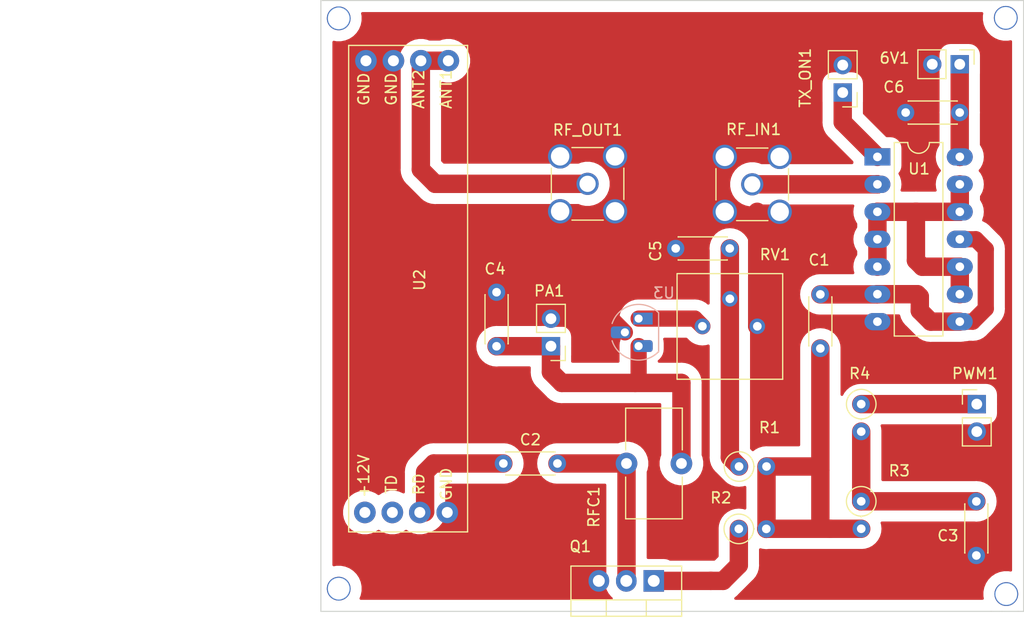
<source format=kicad_pcb>
(kicad_pcb (version 20171130) (host pcbnew 5.1.9+dfsg1-1)

  (general
    (thickness 1.6)
    (drawings 10)
    (tracks 88)
    (zones 0)
    (modules 22)
    (nets 17)
  )

  (page User 200 200)
  (layers
    (0 F.Cu signal)
    (31 B.Cu signal hide)
    (33 F.Adhes user hide)
    (35 F.Paste user hide)
    (37 F.SilkS user)
    (38 B.Mask user hide)
    (39 F.Mask user hide)
    (40 Dwgs.User user hide)
    (41 Cmts.User user hide)
    (42 Eco1.User user hide)
    (43 Eco2.User user hide)
    (44 Edge.Cuts user)
    (45 Margin user hide)
    (46 B.CrtYd user hide)
    (47 F.CrtYd user)
    (49 F.Fab user)
  )

  (setup
    (last_trace_width 0.25)
    (user_trace_width 0.5)
    (user_trace_width 0.75)
    (user_trace_width 0.9)
    (user_trace_width 1)
    (user_trace_width 1.2)
    (user_trace_width 1.5)
    (user_trace_width 1.7)
    (user_trace_width 2.54)
    (trace_clearance 0.2)
    (zone_clearance 1.016)
    (zone_45_only no)
    (trace_min 0.2)
    (via_size 0.8)
    (via_drill 0.4)
    (via_min_size 0.4)
    (via_min_drill 0.3)
    (user_via 1.1 1)
    (user_via 2.2 2)
    (uvia_size 0.3)
    (uvia_drill 0.1)
    (uvias_allowed no)
    (uvia_min_size 0.2)
    (uvia_min_drill 0.1)
    (edge_width 0.1)
    (segment_width 0.2)
    (pcb_text_width 0.3)
    (pcb_text_size 1.5 1.5)
    (mod_edge_width 0.15)
    (mod_text_size 1 1)
    (mod_text_width 0.15)
    (pad_size 2.05 2.05)
    (pad_drill 1.5)
    (pad_to_mask_clearance 0)
    (aux_axis_origin 0 0)
    (visible_elements FFFFFF7F)
    (pcbplotparams
      (layerselection 0x011a0_7fffffff)
      (usegerberextensions false)
      (usegerberattributes true)
      (usegerberadvancedattributes true)
      (creategerberjobfile true)
      (excludeedgelayer true)
      (linewidth 0.100000)
      (plotframeref false)
      (viasonmask false)
      (mode 1)
      (useauxorigin false)
      (hpglpennumber 1)
      (hpglpenspeed 20)
      (hpglpendiameter 15.000000)
      (psnegative false)
      (psa4output false)
      (plotreference true)
      (plotvalue true)
      (plotinvisibletext false)
      (padsonsilk false)
      (subtractmaskfromsilk false)
      (outputformat 4)
      (mirror false)
      (drillshape 2)
      (scaleselection 1)
      (outputdirectory "plots/"))
  )

  (net 0 "")
  (net 1 GND)
  (net 2 +6V)
  (net 3 "Net-(RF_IN1-Pad1)")
  (net 4 +VDC)
  (net 5 "Net-(C1-Pad2)")
  (net 6 "Net-(TX_ON1-Pad1)")
  (net 7 "Net-(U1-Pad10)")
  (net 8 "Net-(C5-Pad1)")
  (net 9 "Net-(RF_OUT1-Pad1)")
  (net 10 "Net-(C3-Pad1)")
  (net 11 "Net-(PWM1-Pad1)")
  (net 12 "Net-(Q1-Pad1)")
  (net 13 "Net-(RV1-Pad3)")
  (net 14 /RF_IN)
  (net 15 /RF_OUT)
  (net 16 /DRAIN)

  (net_class Default "This is the default net class."
    (clearance 0.2)
    (trace_width 0.25)
    (via_dia 0.8)
    (via_drill 0.4)
    (uvia_dia 0.3)
    (uvia_drill 0.1)
    (add_net +6V)
    (add_net +VDC)
    (add_net /DRAIN)
    (add_net /RF_IN)
    (add_net /RF_OUT)
    (add_net GND)
    (add_net "Net-(C1-Pad2)")
    (add_net "Net-(C3-Pad1)")
    (add_net "Net-(C5-Pad1)")
    (add_net "Net-(PWM1-Pad1)")
    (add_net "Net-(Q1-Pad1)")
    (add_net "Net-(RF_IN1-Pad1)")
    (add_net "Net-(RF_OUT1-Pad1)")
    (add_net "Net-(RV1-Pad3)")
    (add_net "Net-(TX_ON1-Pad1)")
    (add_net "Net-(U1-Pad10)")
  )

  (module Package_TO_SOT_THT:TO-92L_HandSolder (layer B.Cu) (tedit 5A282C70) (tstamp 610846BB)
    (at 99.89 88.92 270)
    (descr "TO-92L leads in-line (large body variant of TO-92), also known as TO-226, wide, drill 0.75mm, hand-soldering variant with enlarged pads (see https://www.diodes.com/assets/Package-Files/TO92L.pdf and http://www.ti.com/lit/an/snoa059/snoa059.pdf)")
    (tags "to-92 sc-43 sc-43a sot54 PA33 transistor")
    (path /612561F9)
    (fp_text reference U3 (at -2.37 -2.34 180) (layer B.SilkS)
      (effects (font (size 1 1) (thickness 0.15)) (justify mirror))
    )
    (fp_text value L78L05_TO92 (at 1.27 -2.79 90) (layer B.Fab) hide
      (effects (font (size 1 1) (thickness 0.15)) (justify mirror))
    )
    (fp_line (start 4 -2.01) (end -1.46 -2.01) (layer B.CrtYd) (width 0.05))
    (fp_line (start 4 -2.01) (end 4 3.05) (layer B.CrtYd) (width 0.05))
    (fp_line (start -1.45 3.05) (end -1.46 -2.01) (layer B.CrtYd) (width 0.05))
    (fp_line (start -1.46 3.05) (end 4 3.05) (layer B.CrtYd) (width 0.05))
    (fp_line (start -0.5 -1.75) (end 3 -1.75) (layer B.Fab) (width 0.1))
    (fp_line (start -0.53 -1.85) (end 3.07 -1.85) (layer B.SilkS) (width 0.12))
    (fp_arc (start 1.27 0) (end 2.05 2.45) (angle -117.6433766) (layer B.SilkS) (width 0.12))
    (fp_arc (start 1.27 0) (end 1.27 2.48) (angle 135) (layer B.Fab) (width 0.1))
    (fp_arc (start 1.27 0) (end 0.45 2.45) (angle 116.9763941) (layer B.SilkS) (width 0.12))
    (fp_arc (start 1.27 0) (end 1.27 2.48) (angle -135) (layer B.Fab) (width 0.1))
    (fp_text user %R (at 1.27 0 270) (layer B.Fab)
      (effects (font (size 1 1) (thickness 0.15)) (justify mirror))
    )
    (pad 1 thru_hole rect (at 0 0 270) (size 1.1 1.8) (drill 0.75 (offset 0 -0.4)) (layers *.Cu *.Mask)
      (net 13 "Net-(RV1-Pad3)"))
    (pad 3 thru_hole roundrect (at 2.54 0 270) (size 1.1 1.8) (drill 0.75 (offset 0 -0.4)) (layers *.Cu *.Mask) (roundrect_rratio 0.25)
      (net 4 +VDC))
    (pad 2 thru_hole roundrect (at 1.27 1.27 270) (size 1.1 1.8) (drill 0.75 (offset 0 0.4)) (layers *.Cu *.Mask) (roundrect_rratio 0.25)
      (net 1 GND))
    (model ${KIPRJMOD}/models/LM78L05ACZ_NOPB.step
      (offset (xyz 1.3 2 -1.5))
      (scale (xyz 1 1 1))
      (rotate (xyz 90 0 0))
    )
  )

  (module Inductor_THT:L_Toroid_Vertical_L10.0mm_W5.0mm_P5.08mm (layer F.Cu) (tedit 5AE59B06) (tstamp 610802F4)
    (at 98.77 102.32 90)
    (descr "L_Toroid, Vertical series, Radial, pin pitch=5.08mm, , length*width=10*5mm^2")
    (tags "L_Toroid Vertical series Radial pin pitch 5.08mm  length 10mm width 5mm")
    (path /60E5EC1D)
    (fp_text reference RFC1 (at -4.03 -3.02 270) (layer F.SilkS)
      (effects (font (size 1 1) (thickness 0.15)))
    )
    (fp_text value "FT37-43 5 or 6T (2.5 - 15uH OK)" (at 0 7.33 90) (layer F.Fab) hide
      (effects (font (size 1 1) (thickness 0.15)))
    )
    (fp_line (start 5.25 -1.25) (end -5.25 -1.25) (layer F.CrtYd) (width 0.05))
    (fp_line (start 5.25 6.33) (end 5.25 -1.25) (layer F.CrtYd) (width 0.05))
    (fp_line (start -5.25 6.33) (end 5.25 6.33) (layer F.CrtYd) (width 0.05))
    (fp_line (start -5.25 -1.25) (end -5.25 6.33) (layer F.CrtYd) (width 0.05))
    (fp_line (start 5.12 -0.08) (end 5.12 5.16) (layer F.SilkS) (width 0.12))
    (fp_line (start -5.12 -0.08) (end -5.12 5.16) (layer F.SilkS) (width 0.12))
    (fp_line (start 1.255 5.16) (end 5.12 5.16) (layer F.SilkS) (width 0.12))
    (fp_line (start -5.12 5.16) (end -1.255 5.16) (layer F.SilkS) (width 0.12))
    (fp_line (start 1.255 -0.08) (end 5.12 -0.08) (layer F.SilkS) (width 0.12))
    (fp_line (start -5.12 -0.08) (end -1.255 -0.08) (layer F.SilkS) (width 0.12))
    (fp_line (start 3.2 0) (end 3.6 5.08) (layer F.Fab) (width 0.1))
    (fp_line (start 2.4 0) (end 2.8 5.08) (layer F.Fab) (width 0.1))
    (fp_line (start 1.6 0) (end 2 5.08) (layer F.Fab) (width 0.1))
    (fp_line (start 0.8 0) (end 1.2 5.08) (layer F.Fab) (width 0.1))
    (fp_line (start 0 0) (end 0.4 5.08) (layer F.Fab) (width 0.1))
    (fp_line (start -0.8 0) (end -0.4 5.08) (layer F.Fab) (width 0.1))
    (fp_line (start -1.6 0) (end -1.2 5.08) (layer F.Fab) (width 0.1))
    (fp_line (start -2.4 0) (end -2 5.08) (layer F.Fab) (width 0.1))
    (fp_line (start -3.2 0) (end -2.8 5.08) (layer F.Fab) (width 0.1))
    (fp_line (start -4 0) (end -3.6 5.08) (layer F.Fab) (width 0.1))
    (fp_line (start 4 0) (end -4 0) (layer F.Fab) (width 0.1))
    (fp_line (start 4 5.08) (end 4 0) (layer F.Fab) (width 0.1))
    (fp_line (start -4 5.08) (end 4 5.08) (layer F.Fab) (width 0.1))
    (fp_line (start -4 0) (end -4 5.08) (layer F.Fab) (width 0.1))
    (fp_line (start 5 0.04) (end -5 0.04) (layer F.Fab) (width 0.1))
    (fp_line (start 5 5.04) (end 5 0.04) (layer F.Fab) (width 0.1))
    (fp_line (start -5 5.04) (end 5 5.04) (layer F.Fab) (width 0.1))
    (fp_line (start -5 0.04) (end -5 5.04) (layer F.Fab) (width 0.1))
    (fp_text user %R (at 2.54 0 90) (layer F.Fab) hide
      (effects (font (size 1 1) (thickness 0.15)))
    )
    (pad 2 thru_hole circle (at 0 5.08 90) (size 2 2) (drill 1) (layers *.Cu *.Mask)
      (net 4 +VDC))
    (pad 1 thru_hole circle (at 0 0 90) (size 2 2) (drill 1) (layers *.Cu *.Mask)
      (net 16 /DRAIN))
    (model ${KISYS3DMOD}/Inductor_THT.3dshapes/L_Toroid_Vertical_L10.0mm_W5.0mm_P5.08mm.wrl
      (at (xyz 0 0 0))
      (scale (xyz 1 1 1))
      (rotate (xyz 0 0 0))
    )
    (model ${KIPRJMOD}/models/Toroidal_Inductor_330uH_3A.stp
      (offset (xyz 0 -2.5 1.5))
      (scale (xyz 0.6 0.5 0.6))
      (rotate (xyz 0 90 0))
    )
  )

  (module footprints:uSDX_LPF_Band_Module (layer F.Cu) (tedit 5F1374D2) (tstamp 6107A563)
    (at 41.07 109.65 90)
    (path /6102B655)
    (fp_text reference U2 (at 24.308 38.56 270) (layer F.SilkS)
      (effects (font (size 1 1) (thickness 0.15)))
    )
    (fp_text value uSDX_LPF_BAND_MODULE (at 25.07 35.512 270) (layer F.Fab)
      (effects (font (size 1 1) (thickness 0.15)))
    )
    (fp_line (start 1 43) (end 1 32) (layer F.SilkS) (width 0.12))
    (fp_line (start 46 43) (end 1 43) (layer F.SilkS) (width 0.12))
    (fp_line (start 46 32) (end 46 43) (layer F.SilkS) (width 0.12))
    (fp_line (start 1 32) (end 46 32) (layer F.SilkS) (width 0.12))
    (fp_text user ANT1 (at 41.95 41.02 270) (layer F.SilkS)
      (effects (font (size 1 1) (thickness 0.15)))
    )
    (fp_text user ANT2 (at 41.95 38.48 270) (layer F.SilkS)
      (effects (font (size 1 1) (thickness 0.15)))
    )
    (fp_text user GND (at 41.95 35.94 270) (layer F.SilkS)
      (effects (font (size 1 1) (thickness 0.15)))
    )
    (fp_text user GND (at 41.95 33.4 270) (layer F.SilkS)
      (effects (font (size 1 1) (thickness 0.15)))
    )
    (fp_text user +12V (at 6.17 33.39 270) (layer F.SilkS)
      (effects (font (size 1 1) (thickness 0.15)))
    )
    (fp_text user TD (at 5.41 35.95 270) (layer F.SilkS)
      (effects (font (size 1 1) (thickness 0.15)))
    )
    (fp_text user RD (at 5.41 38.49 270) (layer F.SilkS)
      (effects (font (size 1 1) (thickness 0.15)))
    )
    (fp_text user GND (at 5.41 41.03 270) (layer F.SilkS)
      (effects (font (size 1 1) (thickness 0.15)))
    )
    (pad 8 thru_hole circle (at 44.58 33.6 270) (size 2 2) (drill 1.016) (layers *.Cu *.Mask)
      (net 1 GND))
    (pad 7 thru_hole circle (at 44.58 36.14 270) (size 2 2) (drill 1.016) (layers *.Cu *.Mask)
      (net 1 GND))
    (pad 6 thru_hole circle (at 44.58 38.68 270) (size 2 2) (drill 1.016) (layers *.Cu *.Mask)
      (net 9 "Net-(RF_OUT1-Pad1)"))
    (pad 5 thru_hole circle (at 44.58 41.22 270) (size 2 2) (drill 1.016) (layers *.Cu *.Mask)
      (net 9 "Net-(RF_OUT1-Pad1)"))
    (pad 1 thru_hole circle (at 2.8 33.5 270) (size 2 2) (drill 1.016) (layers *.Cu *.Mask))
    (pad 2 thru_hole circle (at 2.8 36.04 270) (size 2 2) (drill 1.016) (layers *.Cu *.Mask))
    (pad 3 thru_hole circle (at 2.8 38.58 270) (size 2 2) (drill 1.016) (layers *.Cu *.Mask)
      (net 15 /RF_OUT))
    (pad 4 thru_hole circle (at 2.8 41.12 270) (size 2 2) (drill 1.016) (layers *.Cu *.Mask)
      (net 1 GND))
  )

  (module Capacitor_THT:C_Disc_D4.3mm_W1.9mm_P5.00mm (layer F.Cu) (tedit 5AE50EF0) (tstamp 6107C6C1)
    (at 129.59 69.86 180)
    (descr "C, Disc series, Radial, pin pitch=5.00mm, , diameter*width=4.3*1.9mm^2, Capacitor, http://www.vishay.com/docs/45233/krseries.pdf")
    (tags "C Disc series Radial pin pitch 5.00mm  diameter 4.3mm width 1.9mm Capacitor")
    (path /6098B985)
    (fp_text reference C6 (at 6.09 2.36) (layer F.SilkS)
      (effects (font (size 1 1) (thickness 0.15)))
    )
    (fp_text value 100nF (at 2.5 2.2) (layer F.Fab) hide
      (effects (font (size 1 1) (thickness 0.15)))
    )
    (fp_line (start 0.35 -0.95) (end 0.35 0.95) (layer F.Fab) (width 0.1))
    (fp_line (start 0.35 0.95) (end 4.65 0.95) (layer F.Fab) (width 0.1))
    (fp_line (start 4.65 0.95) (end 4.65 -0.95) (layer F.Fab) (width 0.1))
    (fp_line (start 4.65 -0.95) (end 0.35 -0.95) (layer F.Fab) (width 0.1))
    (fp_line (start 0.23 -1.07) (end 4.77 -1.07) (layer F.SilkS) (width 0.12))
    (fp_line (start 0.23 1.07) (end 4.77 1.07) (layer F.SilkS) (width 0.12))
    (fp_line (start 0.23 -1.07) (end 0.23 -1.055) (layer F.SilkS) (width 0.12))
    (fp_line (start 0.23 1.055) (end 0.23 1.07) (layer F.SilkS) (width 0.12))
    (fp_line (start 4.77 -1.07) (end 4.77 -1.055) (layer F.SilkS) (width 0.12))
    (fp_line (start 4.77 1.055) (end 4.77 1.07) (layer F.SilkS) (width 0.12))
    (fp_line (start -1.05 -1.2) (end -1.05 1.2) (layer F.CrtYd) (width 0.05))
    (fp_line (start -1.05 1.2) (end 6.05 1.2) (layer F.CrtYd) (width 0.05))
    (fp_line (start 6.05 1.2) (end 6.05 -1.2) (layer F.CrtYd) (width 0.05))
    (fp_line (start 6.05 -1.2) (end -1.05 -1.2) (layer F.CrtYd) (width 0.05))
    (fp_text user %R (at 2.5 0) (layer F.Fab)
      (effects (font (size 0.86 0.86) (thickness 0.129)))
    )
    (pad 2 thru_hole circle (at 5 0 180) (size 1.6 1.6) (drill 0.8) (layers *.Cu *.Mask)
      (net 1 GND))
    (pad 1 thru_hole circle (at 0 0 180) (size 1.6 1.6) (drill 0.8) (layers *.Cu *.Mask)
      (net 2 +6V))
    (model ${KISYS3DMOD}/Capacitor_THT.3dshapes/C_Disc_D4.3mm_W1.9mm_P5.00mm.wrl
      (at (xyz 0 0 0))
      (scale (xyz 1 1 1))
      (rotate (xyz 0 0 0))
    )
  )

  (module Capacitor_THT:C_Disc_D4.3mm_W1.9mm_P5.00mm (layer F.Cu) (tedit 5AE50EF0) (tstamp 6107C397)
    (at 108.32 82.43 180)
    (descr "C, Disc series, Radial, pin pitch=5.00mm, , diameter*width=4.3*1.9mm^2, Capacitor, http://www.vishay.com/docs/45233/krseries.pdf")
    (tags "C Disc series Radial pin pitch 5.00mm  diameter 4.3mm width 1.9mm Capacitor")
    (path /611E4538)
    (fp_text reference C5 (at 6.86 -0.24 270) (layer F.SilkS)
      (effects (font (size 1 1) (thickness 0.15)))
    )
    (fp_text value 1uF (at 2.5 2.2) (layer F.Fab)
      (effects (font (size 1 1) (thickness 0.15)))
    )
    (fp_line (start 0.35 -0.95) (end 0.35 0.95) (layer F.Fab) (width 0.1))
    (fp_line (start 0.35 0.95) (end 4.65 0.95) (layer F.Fab) (width 0.1))
    (fp_line (start 4.65 0.95) (end 4.65 -0.95) (layer F.Fab) (width 0.1))
    (fp_line (start 4.65 -0.95) (end 0.35 -0.95) (layer F.Fab) (width 0.1))
    (fp_line (start 0.23 -1.07) (end 4.77 -1.07) (layer F.SilkS) (width 0.12))
    (fp_line (start 0.23 1.07) (end 4.77 1.07) (layer F.SilkS) (width 0.12))
    (fp_line (start 0.23 -1.07) (end 0.23 -1.055) (layer F.SilkS) (width 0.12))
    (fp_line (start 0.23 1.055) (end 0.23 1.07) (layer F.SilkS) (width 0.12))
    (fp_line (start 4.77 -1.07) (end 4.77 -1.055) (layer F.SilkS) (width 0.12))
    (fp_line (start 4.77 1.055) (end 4.77 1.07) (layer F.SilkS) (width 0.12))
    (fp_line (start -1.05 -1.2) (end -1.05 1.2) (layer F.CrtYd) (width 0.05))
    (fp_line (start -1.05 1.2) (end 6.05 1.2) (layer F.CrtYd) (width 0.05))
    (fp_line (start 6.05 1.2) (end 6.05 -1.2) (layer F.CrtYd) (width 0.05))
    (fp_line (start 6.05 -1.2) (end -1.05 -1.2) (layer F.CrtYd) (width 0.05))
    (fp_text user %R (at 2.5 0) (layer F.Fab)
      (effects (font (size 0.86 0.86) (thickness 0.129)))
    )
    (pad 2 thru_hole circle (at 5 0 180) (size 1.6 1.6) (drill 0.8) (layers *.Cu *.Mask)
      (net 1 GND))
    (pad 1 thru_hole circle (at 0 0 180) (size 1.6 1.6) (drill 0.8) (layers *.Cu *.Mask)
      (net 8 "Net-(C5-Pad1)"))
    (model ${KISYS3DMOD}/Capacitor_THT.3dshapes/C_Disc_D4.3mm_W1.9mm_P5.00mm.wrl
      (at (xyz 0 0 0))
      (scale (xyz 1 1 1))
      (rotate (xyz 0 0 0))
    )
  )

  (module Capacitor_THT:C_Disc_D4.3mm_W1.9mm_P5.00mm (layer F.Cu) (tedit 5AE50EF0) (tstamp 6107C3D3)
    (at 86.75 91.48 90)
    (descr "C, Disc series, Radial, pin pitch=5.00mm, , diameter*width=4.3*1.9mm^2, Capacitor, http://www.vishay.com/docs/45233/krseries.pdf")
    (tags "C Disc series Radial pin pitch 5.00mm  diameter 4.3mm width 1.9mm Capacitor")
    (path /6068F2D2)
    (fp_text reference C4 (at 7.152 -0.136 180) (layer F.SilkS)
      (effects (font (size 1 1) (thickness 0.15)))
    )
    (fp_text value 100nF (at 2.5 2.2 90) (layer F.Fab) hide
      (effects (font (size 1 1) (thickness 0.15)))
    )
    (fp_line (start 0.35 -0.95) (end 0.35 0.95) (layer F.Fab) (width 0.1))
    (fp_line (start 0.35 0.95) (end 4.65 0.95) (layer F.Fab) (width 0.1))
    (fp_line (start 4.65 0.95) (end 4.65 -0.95) (layer F.Fab) (width 0.1))
    (fp_line (start 4.65 -0.95) (end 0.35 -0.95) (layer F.Fab) (width 0.1))
    (fp_line (start 0.23 -1.07) (end 4.77 -1.07) (layer F.SilkS) (width 0.12))
    (fp_line (start 0.23 1.07) (end 4.77 1.07) (layer F.SilkS) (width 0.12))
    (fp_line (start 0.23 -1.07) (end 0.23 -1.055) (layer F.SilkS) (width 0.12))
    (fp_line (start 0.23 1.055) (end 0.23 1.07) (layer F.SilkS) (width 0.12))
    (fp_line (start 4.77 -1.07) (end 4.77 -1.055) (layer F.SilkS) (width 0.12))
    (fp_line (start 4.77 1.055) (end 4.77 1.07) (layer F.SilkS) (width 0.12))
    (fp_line (start -1.05 -1.2) (end -1.05 1.2) (layer F.CrtYd) (width 0.05))
    (fp_line (start -1.05 1.2) (end 6.05 1.2) (layer F.CrtYd) (width 0.05))
    (fp_line (start 6.05 1.2) (end 6.05 -1.2) (layer F.CrtYd) (width 0.05))
    (fp_line (start 6.05 -1.2) (end -1.05 -1.2) (layer F.CrtYd) (width 0.05))
    (fp_text user %R (at 2.5 0 90) (layer F.Fab)
      (effects (font (size 0.86 0.86) (thickness 0.129)))
    )
    (pad 2 thru_hole circle (at 5 0 90) (size 1.6 1.6) (drill 0.8) (layers *.Cu *.Mask)
      (net 1 GND))
    (pad 1 thru_hole circle (at 0 0 90) (size 1.6 1.6) (drill 0.8) (layers *.Cu *.Mask)
      (net 4 +VDC))
    (model ${KISYS3DMOD}/Capacitor_THT.3dshapes/C_Disc_D4.3mm_W1.9mm_P5.00mm.wrl
      (at (xyz 0 0 0))
      (scale (xyz 1 1 1))
      (rotate (xyz 0 0 0))
    )
  )

  (module Capacitor_THT:C_Disc_D4.3mm_W1.9mm_P5.00mm (layer F.Cu) (tedit 5AE50EF0) (tstamp 6107C5B3)
    (at 87.38 102.32)
    (descr "C, Disc series, Radial, pin pitch=5.00mm, , diameter*width=4.3*1.9mm^2, Capacitor, http://www.vishay.com/docs/45233/krseries.pdf")
    (tags "C Disc series Radial pin pitch 5.00mm  diameter 4.3mm width 1.9mm Capacitor")
    (path /60E92E50)
    (fp_text reference C2 (at 2.5 -2.2) (layer F.SilkS)
      (effects (font (size 1 1) (thickness 0.15)))
    )
    (fp_text value 100nF (at 2.5 2.2) (layer F.Fab)
      (effects (font (size 1 1) (thickness 0.15)))
    )
    (fp_line (start 0.35 -0.95) (end 0.35 0.95) (layer F.Fab) (width 0.1))
    (fp_line (start 0.35 0.95) (end 4.65 0.95) (layer F.Fab) (width 0.1))
    (fp_line (start 4.65 0.95) (end 4.65 -0.95) (layer F.Fab) (width 0.1))
    (fp_line (start 4.65 -0.95) (end 0.35 -0.95) (layer F.Fab) (width 0.1))
    (fp_line (start 0.23 -1.07) (end 4.77 -1.07) (layer F.SilkS) (width 0.12))
    (fp_line (start 0.23 1.07) (end 4.77 1.07) (layer F.SilkS) (width 0.12))
    (fp_line (start 0.23 -1.07) (end 0.23 -1.055) (layer F.SilkS) (width 0.12))
    (fp_line (start 0.23 1.055) (end 0.23 1.07) (layer F.SilkS) (width 0.12))
    (fp_line (start 4.77 -1.07) (end 4.77 -1.055) (layer F.SilkS) (width 0.12))
    (fp_line (start 4.77 1.055) (end 4.77 1.07) (layer F.SilkS) (width 0.12))
    (fp_line (start -1.05 -1.2) (end -1.05 1.2) (layer F.CrtYd) (width 0.05))
    (fp_line (start -1.05 1.2) (end 6.05 1.2) (layer F.CrtYd) (width 0.05))
    (fp_line (start 6.05 1.2) (end 6.05 -1.2) (layer F.CrtYd) (width 0.05))
    (fp_line (start 6.05 -1.2) (end -1.05 -1.2) (layer F.CrtYd) (width 0.05))
    (fp_text user %R (at 2.5 0) (layer F.Fab)
      (effects (font (size 0.86 0.86) (thickness 0.129)))
    )
    (pad 2 thru_hole circle (at 5 0) (size 1.6 1.6) (drill 0.8) (layers *.Cu *.Mask)
      (net 16 /DRAIN))
    (pad 1 thru_hole circle (at 0 0) (size 1.6 1.6) (drill 0.8) (layers *.Cu *.Mask)
      (net 15 /RF_OUT))
    (model ${KISYS3DMOD}/Capacitor_THT.3dshapes/C_Disc_D4.3mm_W1.9mm_P5.00mm.wrl
      (at (xyz 0 0 0))
      (scale (xyz 1 1 1))
      (rotate (xyz 0 0 0))
    )
  )

  (module Resistor_THT:R_Axial_DIN0207_L6.3mm_D2.5mm_P2.54mm_Vertical (layer F.Cu) (tedit 5AE5139B) (tstamp 6107C502)
    (at 120.48 96.83 270)
    (descr "Resistor, Axial_DIN0207 series, Axial, Vertical, pin pitch=2.54mm, 0.25W = 1/4W, length*diameter=6.3*2.5mm^2, http://cdn-reichelt.de/documents/datenblatt/B400/1_4W%23YAG.pdf")
    (tags "Resistor Axial_DIN0207 series Axial Vertical pin pitch 2.54mm 0.25W = 1/4W length 6.3mm diameter 2.5mm")
    (path /61145775)
    (fp_text reference R4 (at -2.83 0.14 180) (layer F.SilkS)
      (effects (font (size 1 1) (thickness 0.15)))
    )
    (fp_text value 10k (at -2.65 0.12 180) (layer F.Fab) hide
      (effects (font (size 1 1) (thickness 0.15)))
    )
    (fp_circle (center 0 0) (end 1.25 0) (layer F.Fab) (width 0.1))
    (fp_circle (center 0 0) (end 1.37 0) (layer F.SilkS) (width 0.12))
    (fp_line (start 0 0) (end 2.54 0) (layer F.Fab) (width 0.1))
    (fp_line (start 1.37 0) (end 1.44 0) (layer F.SilkS) (width 0.12))
    (fp_line (start -1.5 -1.5) (end -1.5 1.5) (layer F.CrtYd) (width 0.05))
    (fp_line (start -1.5 1.5) (end 3.59 1.5) (layer F.CrtYd) (width 0.05))
    (fp_line (start 3.59 1.5) (end 3.59 -1.5) (layer F.CrtYd) (width 0.05))
    (fp_line (start 3.59 -1.5) (end -1.5 -1.5) (layer F.CrtYd) (width 0.05))
    (fp_text user %R (at 4.606 0.044 180) (layer F.Fab) hide
      (effects (font (size 1 1) (thickness 0.15)))
    )
    (pad 2 thru_hole oval (at 2.54 0 270) (size 1.6 1.6) (drill 0.8) (layers *.Cu *.Mask)
      (net 10 "Net-(C3-Pad1)"))
    (pad 1 thru_hole circle (at 0 0 270) (size 1.6 1.6) (drill 0.8) (layers *.Cu *.Mask)
      (net 11 "Net-(PWM1-Pad1)"))
    (model ${KISYS3DMOD}/Resistor_THT.3dshapes/R_Axial_DIN0207_L6.3mm_D2.5mm_P2.54mm_Vertical.wrl
      (at (xyz 0 0 0))
      (scale (xyz 1 1 1))
      (rotate (xyz 0 0 0))
    )
  )

  (module Resistor_THT:R_Axial_DIN0207_L6.3mm_D2.5mm_P2.54mm_Vertical (layer F.Cu) (tedit 5AE5139B) (tstamp 6107C7F0)
    (at 120.48 105.82 270)
    (descr "Resistor, Axial_DIN0207 series, Axial, Vertical, pin pitch=2.54mm, 0.25W = 1/4W, length*diameter=6.3*2.5mm^2, http://cdn-reichelt.de/documents/datenblatt/B400/1_4W%23YAG.pdf")
    (tags "Resistor Axial_DIN0207 series Axial Vertical pin pitch 2.54mm 0.25W = 1/4W length 6.3mm diameter 2.5mm")
    (path /61144232)
    (fp_text reference R3 (at -2.82 -3.52 180) (layer F.SilkS)
      (effects (font (size 1 1) (thickness 0.15)))
    )
    (fp_text value 10k (at 0.03 2.44 90) (layer F.Fab) hide
      (effects (font (size 1 1) (thickness 0.15)))
    )
    (fp_circle (center 0 0) (end 1.25 0) (layer F.Fab) (width 0.1))
    (fp_circle (center 0 0) (end 1.37 0) (layer F.SilkS) (width 0.12))
    (fp_line (start 0 0) (end 2.54 0) (layer F.Fab) (width 0.1))
    (fp_line (start 1.37 0) (end 1.44 0) (layer F.SilkS) (width 0.12))
    (fp_line (start -1.5 -1.5) (end -1.5 1.5) (layer F.CrtYd) (width 0.05))
    (fp_line (start -1.5 1.5) (end 3.59 1.5) (layer F.CrtYd) (width 0.05))
    (fp_line (start 3.59 1.5) (end 3.59 -1.5) (layer F.CrtYd) (width 0.05))
    (fp_line (start 3.59 -1.5) (end -1.5 -1.5) (layer F.CrtYd) (width 0.05))
    (fp_text user %R (at 1.27 -2.37 90) (layer F.Fab) hide
      (effects (font (size 1 1) (thickness 0.15)))
    )
    (pad 2 thru_hole oval (at 2.54 0 270) (size 1.6 1.6) (drill 0.8) (layers *.Cu *.Mask)
      (net 14 /RF_IN))
    (pad 1 thru_hole circle (at 0 0 270) (size 1.6 1.6) (drill 0.8) (layers *.Cu *.Mask)
      (net 10 "Net-(C3-Pad1)"))
    (model ${KISYS3DMOD}/Resistor_THT.3dshapes/R_Axial_DIN0207_L6.3mm_D2.5mm_P2.54mm_Vertical.wrl
      (at (xyz 0 0 0))
      (scale (xyz 1 1 1))
      (rotate (xyz 0 0 0))
    )
  )

  (module Connector_PinHeader_2.54mm:PinHeader_1x02_P2.54mm_Vertical (layer F.Cu) (tedit 59FED5CC) (tstamp 6107C722)
    (at 131.17 96.83)
    (descr "Through hole straight pin header, 1x02, 2.54mm pitch, single row")
    (tags "Through hole pin header THT 1x02 2.54mm single row")
    (path /61187DF9)
    (fp_text reference PWM1 (at -0.17 -2.83) (layer F.SilkS)
      (effects (font (size 1 1) (thickness 0.15)))
    )
    (fp_text value Conn_01x02 (at 0 4.87) (layer F.Fab) hide
      (effects (font (size 1 1) (thickness 0.15)))
    )
    (fp_line (start -0.635 -1.27) (end 1.27 -1.27) (layer F.Fab) (width 0.1))
    (fp_line (start 1.27 -1.27) (end 1.27 3.81) (layer F.Fab) (width 0.1))
    (fp_line (start 1.27 3.81) (end -1.27 3.81) (layer F.Fab) (width 0.1))
    (fp_line (start -1.27 3.81) (end -1.27 -0.635) (layer F.Fab) (width 0.1))
    (fp_line (start -1.27 -0.635) (end -0.635 -1.27) (layer F.Fab) (width 0.1))
    (fp_line (start -1.33 3.87) (end 1.33 3.87) (layer F.SilkS) (width 0.12))
    (fp_line (start -1.33 1.27) (end -1.33 3.87) (layer F.SilkS) (width 0.12))
    (fp_line (start 1.33 1.27) (end 1.33 3.87) (layer F.SilkS) (width 0.12))
    (fp_line (start -1.33 1.27) (end 1.33 1.27) (layer F.SilkS) (width 0.12))
    (fp_line (start -1.33 0) (end -1.33 -1.33) (layer F.SilkS) (width 0.12))
    (fp_line (start -1.33 -1.33) (end 0 -1.33) (layer F.SilkS) (width 0.12))
    (fp_line (start -1.8 -1.8) (end -1.8 4.35) (layer F.CrtYd) (width 0.05))
    (fp_line (start -1.8 4.35) (end 1.8 4.35) (layer F.CrtYd) (width 0.05))
    (fp_line (start 1.8 4.35) (end 1.8 -1.8) (layer F.CrtYd) (width 0.05))
    (fp_line (start 1.8 -1.8) (end -1.8 -1.8) (layer F.CrtYd) (width 0.05))
    (fp_text user %R (at 0 1.27 90) (layer F.Fab)
      (effects (font (size 1 1) (thickness 0.15)))
    )
    (pad 2 thru_hole oval (at 0 2.54) (size 1.7 1.7) (drill 1) (layers *.Cu *.Mask)
      (net 1 GND))
    (pad 1 thru_hole rect (at 0 0) (size 1.7 1.7) (drill 1) (layers *.Cu *.Mask)
      (net 11 "Net-(PWM1-Pad1)"))
    (model ${KISYS3DMOD}/Connector_PinHeader_2.54mm.3dshapes/PinHeader_1x02_P2.54mm_Vertical.wrl
      (at (xyz 0 0 0))
      (scale (xyz 1 1 1))
      (rotate (xyz 0 0 0))
    )
  )

  (module Capacitor_THT:C_Disc_D4.3mm_W1.9mm_P5.00mm (layer F.Cu) (tedit 5AE50EF0) (tstamp 6107C358)
    (at 131.13 105.83 270)
    (descr "C, Disc series, Radial, pin pitch=5.00mm, , diameter*width=4.3*1.9mm^2, Capacitor, http://www.vishay.com/docs/45233/krseries.pdf")
    (tags "C Disc series Radial pin pitch 5.00mm  diameter 4.3mm width 1.9mm Capacitor")
    (path /6114C695)
    (fp_text reference C3 (at 3.17 2.63 180) (layer F.SilkS)
      (effects (font (size 1 1) (thickness 0.15)))
    )
    (fp_text value 10nF (at 2.5 2.2 90) (layer F.Fab) hide
      (effects (font (size 1 1) (thickness 0.15)))
    )
    (fp_line (start 0.35 -0.95) (end 0.35 0.95) (layer F.Fab) (width 0.1))
    (fp_line (start 0.35 0.95) (end 4.65 0.95) (layer F.Fab) (width 0.1))
    (fp_line (start 4.65 0.95) (end 4.65 -0.95) (layer F.Fab) (width 0.1))
    (fp_line (start 4.65 -0.95) (end 0.35 -0.95) (layer F.Fab) (width 0.1))
    (fp_line (start 0.23 -1.07) (end 4.77 -1.07) (layer F.SilkS) (width 0.12))
    (fp_line (start 0.23 1.07) (end 4.77 1.07) (layer F.SilkS) (width 0.12))
    (fp_line (start 0.23 -1.07) (end 0.23 -1.055) (layer F.SilkS) (width 0.12))
    (fp_line (start 0.23 1.055) (end 0.23 1.07) (layer F.SilkS) (width 0.12))
    (fp_line (start 4.77 -1.07) (end 4.77 -1.055) (layer F.SilkS) (width 0.12))
    (fp_line (start 4.77 1.055) (end 4.77 1.07) (layer F.SilkS) (width 0.12))
    (fp_line (start -1.05 -1.2) (end -1.05 1.2) (layer F.CrtYd) (width 0.05))
    (fp_line (start -1.05 1.2) (end 6.05 1.2) (layer F.CrtYd) (width 0.05))
    (fp_line (start 6.05 1.2) (end 6.05 -1.2) (layer F.CrtYd) (width 0.05))
    (fp_line (start 6.05 -1.2) (end -1.05 -1.2) (layer F.CrtYd) (width 0.05))
    (fp_text user %R (at 2.5 0 90) (layer F.Fab)
      (effects (font (size 0.86 0.86) (thickness 0.129)))
    )
    (pad 2 thru_hole circle (at 5 0 270) (size 1.6 1.6) (drill 0.8) (layers *.Cu *.Mask)
      (net 1 GND))
    (pad 1 thru_hole circle (at 0 0 270) (size 1.6 1.6) (drill 0.8) (layers *.Cu *.Mask)
      (net 10 "Net-(C3-Pad1)"))
    (model ${KISYS3DMOD}/Capacitor_THT.3dshapes/C_Disc_D4.3mm_W1.9mm_P5.00mm.wrl
      (at (xyz 0 0 0))
      (scale (xyz 1 1 1))
      (rotate (xyz 0 0 0))
    )
  )

  (module Connector_Coaxial:SMA_Amphenol_901-144_Vertical (layer F.Cu) (tedit 5B2F4C32) (tstamp 6107C7B6)
    (at 95.17 76.454)
    (descr https://www.amphenolrf.com/downloads/dl/file/id/7023/product/3103/901_144_customer_drawing.pdf)
    (tags "SMA THT Female Jack Vertical")
    (path /610F637F)
    (fp_text reference RF_OUT1 (at 0 -4.976) (layer F.SilkS)
      (effects (font (size 1 1) (thickness 0.15)))
    )
    (fp_text value Conn_Coaxial (at 0 5) (layer F.Fab) hide
      (effects (font (size 1 1) (thickness 0.15)))
    )
    (fp_circle (center 0 0) (end 3.175 0) (layer F.Fab) (width 0.1))
    (fp_line (start 4.17 4.17) (end -4.17 4.17) (layer F.CrtYd) (width 0.05))
    (fp_line (start 4.17 4.17) (end 4.17 -4.17) (layer F.CrtYd) (width 0.05))
    (fp_line (start -4.17 -4.17) (end -4.17 4.17) (layer F.CrtYd) (width 0.05))
    (fp_line (start -4.17 -4.17) (end 4.17 -4.17) (layer F.CrtYd) (width 0.05))
    (fp_line (start -3.175 -3.175) (end 3.175 -3.175) (layer F.Fab) (width 0.1))
    (fp_line (start -3.175 -3.175) (end -3.175 3.175) (layer F.Fab) (width 0.1))
    (fp_line (start -3.175 3.175) (end 3.175 3.175) (layer F.Fab) (width 0.1))
    (fp_line (start 3.175 -3.175) (end 3.175 3.175) (layer F.Fab) (width 0.1))
    (fp_line (start -3.355 -1.45) (end -3.355 1.45) (layer F.SilkS) (width 0.12))
    (fp_line (start 3.355 -1.45) (end 3.355 1.45) (layer F.SilkS) (width 0.12))
    (fp_line (start -1.45 3.355) (end 1.45 3.355) (layer F.SilkS) (width 0.12))
    (fp_line (start -1.45 -3.355) (end 1.45 -3.355) (layer F.SilkS) (width 0.12))
    (fp_text user %R (at 0 0) (layer F.Fab)
      (effects (font (size 1 1) (thickness 0.15)))
    )
    (pad 2 thru_hole circle (at -2.54 2.54) (size 2.25 2.25) (drill 1.7) (layers *.Cu *.Mask)
      (net 1 GND))
    (pad 2 thru_hole circle (at -2.54 -2.54) (size 2.25 2.25) (drill 1.7) (layers *.Cu *.Mask)
      (net 1 GND))
    (pad 2 thru_hole circle (at 2.54 -2.54) (size 2.25 2.25) (drill 1.7) (layers *.Cu *.Mask)
      (net 1 GND))
    (pad 2 thru_hole circle (at 2.54 2.54) (size 2.25 2.25) (drill 1.7) (layers *.Cu *.Mask)
      (net 1 GND))
    (pad 1 thru_hole circle (at 0 0) (size 2.05 2.05) (drill 1.5) (layers *.Cu *.Mask)
      (net 9 "Net-(RF_OUT1-Pad1)"))
    (model ${KISYS3DMOD}/Connector_Coaxial.3dshapes/SMA_Amphenol_901-144_Vertical.wrl
      (at (xyz 0 0 0))
      (scale (xyz 1 1 1))
      (rotate (xyz 0 0 0))
    )
    (model ${KIPRJMOD}/models/901-144.stp
      (offset (xyz 0 0 9.5))
      (scale (xyz 1 1 1))
      (rotate (xyz 0 -90 0))
    )
  )

  (module Potentiometer_THT:Potentiometer_Bourns_3386P_Vertical (layer F.Cu) (tedit 5AA07388) (tstamp 6107C2E5)
    (at 110.87 89.63 90)
    (descr "Potentiometer, vertical, Bourns 3386P, https://www.bourns.com/pdfs/3386.pdf")
    (tags "Potentiometer vertical Bourns 3386P")
    (path /61088B73)
    (fp_text reference RV1 (at 6.63 1.63 180) (layer F.SilkS)
      (effects (font (size 1 1) (thickness 0.15)))
    )
    (fp_text value 10k (at -0.015 3.475 180) (layer F.Fab) hide
      (effects (font (size 1 1) (thickness 0.15)))
    )
    (fp_circle (center -0.891 -2.54) (end 0.684 -2.54) (layer F.Fab) (width 0.1))
    (fp_line (start -4.78 -7.305) (end -4.78 2.225) (layer F.Fab) (width 0.1))
    (fp_line (start -4.78 2.225) (end 4.75 2.225) (layer F.Fab) (width 0.1))
    (fp_line (start 4.75 2.225) (end 4.75 -7.305) (layer F.Fab) (width 0.1))
    (fp_line (start 4.75 -7.305) (end -4.78 -7.305) (layer F.Fab) (width 0.1))
    (fp_line (start -0.891 -0.98) (end -0.89 -4.099) (layer F.Fab) (width 0.1))
    (fp_line (start -0.891 -0.98) (end -0.89 -4.099) (layer F.Fab) (width 0.1))
    (fp_line (start -4.9 -7.425) (end 4.87 -7.425) (layer F.SilkS) (width 0.12))
    (fp_line (start -4.9 2.345) (end 4.87 2.345) (layer F.SilkS) (width 0.12))
    (fp_line (start -4.9 -7.425) (end -4.9 2.345) (layer F.SilkS) (width 0.12))
    (fp_line (start 4.87 -7.425) (end 4.87 2.345) (layer F.SilkS) (width 0.12))
    (fp_line (start -5.03 -7.56) (end -5.03 2.48) (layer F.CrtYd) (width 0.05))
    (fp_line (start -5.03 2.48) (end 5 2.48) (layer F.CrtYd) (width 0.05))
    (fp_line (start 5 2.48) (end 5 -7.56) (layer F.CrtYd) (width 0.05))
    (fp_line (start 5 -7.56) (end -5.03 -7.56) (layer F.CrtYd) (width 0.05))
    (fp_text user %R (at -3.78 -2.54) (layer F.Fab) hide
      (effects (font (size 1 1) (thickness 0.15)))
    )
    (pad 1 thru_hole circle (at 0 0 90) (size 1.44 1.44) (drill 0.8) (layers *.Cu *.Mask)
      (net 1 GND))
    (pad 2 thru_hole circle (at 2.54 -2.54 90) (size 1.44 1.44) (drill 0.8) (layers *.Cu *.Mask)
      (net 8 "Net-(C5-Pad1)"))
    (pad 3 thru_hole circle (at 0 -5.08 90) (size 1.44 1.44) (drill 0.8) (layers *.Cu *.Mask)
      (net 13 "Net-(RV1-Pad3)"))
    (model ${KISYS3DMOD}/Potentiometer_THT.3dshapes/Potentiometer_Bourns_3386P_Vertical.wrl
      (at (xyz 0 0 0))
      (scale (xyz 1 1 1))
      (rotate (xyz 0 0 0))
    )
    (model ${KIPRJMOD}/models/3362P-1-102LF.STEP
      (offset (xyz 0 2.5 0))
      (scale (xyz 1 1 1))
      (rotate (xyz -90 0 90))
    )
  )

  (module Resistor_THT:R_Axial_DIN0207_L6.3mm_D2.5mm_P2.54mm_Vertical (layer F.Cu) (tedit 5AE5139B) (tstamp 6107C31F)
    (at 109.16 108.37)
    (descr "Resistor, Axial_DIN0207 series, Axial, Vertical, pin pitch=2.54mm, 0.25W = 1/4W, length*diameter=6.3*2.5mm^2, http://cdn-reichelt.de/documents/datenblatt/B400/1_4W%23YAG.pdf")
    (tags "Resistor Axial_DIN0207 series Axial Vertical pin pitch 2.54mm 0.25W = 1/4W length 6.3mm diameter 2.5mm")
    (path /61370EAF)
    (fp_text reference R2 (at -1.66 -2.87) (layer F.SilkS)
      (effects (font (size 1 1) (thickness 0.15)))
    )
    (fp_text value 4.7 (at 1.27 2.37) (layer F.Fab) hide
      (effects (font (size 1 1) (thickness 0.15)))
    )
    (fp_line (start 3.59 -1.5) (end -1.5 -1.5) (layer F.CrtYd) (width 0.05))
    (fp_line (start 3.59 1.5) (end 3.59 -1.5) (layer F.CrtYd) (width 0.05))
    (fp_line (start -1.5 1.5) (end 3.59 1.5) (layer F.CrtYd) (width 0.05))
    (fp_line (start -1.5 -1.5) (end -1.5 1.5) (layer F.CrtYd) (width 0.05))
    (fp_line (start 1.37 0) (end 1.44 0) (layer F.SilkS) (width 0.12))
    (fp_line (start 0 0) (end 2.54 0) (layer F.Fab) (width 0.1))
    (fp_circle (center 0 0) (end 1.37 0) (layer F.SilkS) (width 0.12))
    (fp_circle (center 0 0) (end 1.25 0) (layer F.Fab) (width 0.1))
    (fp_text user %R (at 1.27 -2.37) (layer F.Fab) hide
      (effects (font (size 1 1) (thickness 0.15)))
    )
    (pad 2 thru_hole oval (at 2.54 0) (size 1.6 1.6) (drill 0.8) (layers *.Cu *.Mask)
      (net 14 /RF_IN))
    (pad 1 thru_hole circle (at 0 0) (size 1.6 1.6) (drill 0.8) (layers *.Cu *.Mask)
      (net 12 "Net-(Q1-Pad1)"))
    (model ${KISYS3DMOD}/Resistor_THT.3dshapes/R_Axial_DIN0207_L6.3mm_D2.5mm_P2.54mm_Vertical.wrl
      (at (xyz 0 0 0))
      (scale (xyz 1 1 1))
      (rotate (xyz 0 0 0))
    )
  )

  (module Capacitor_THT:C_Disc_D4.3mm_W1.9mm_P5.00mm (layer F.Cu) (tedit 5AE50EF0) (tstamp 6107C4CC)
    (at 116.7 91.68 90)
    (descr "C, Disc series, Radial, pin pitch=5.00mm, , diameter*width=4.3*1.9mm^2, Capacitor, http://www.vishay.com/docs/45233/krseries.pdf")
    (tags "C Disc series Radial pin pitch 5.00mm  diameter 4.3mm width 1.9mm Capacitor")
    (path /6102B654)
    (fp_text reference C1 (at 8.18 -0.114 180) (layer F.SilkS)
      (effects (font (size 1 1) (thickness 0.15)))
    )
    (fp_text value 10nF (at 2.5 2.2 90) (layer F.Fab) hide
      (effects (font (size 1 1) (thickness 0.15)))
    )
    (fp_line (start 6.05 -1.2) (end -1.05 -1.2) (layer F.CrtYd) (width 0.05))
    (fp_line (start 6.05 1.2) (end 6.05 -1.2) (layer F.CrtYd) (width 0.05))
    (fp_line (start -1.05 1.2) (end 6.05 1.2) (layer F.CrtYd) (width 0.05))
    (fp_line (start -1.05 -1.2) (end -1.05 1.2) (layer F.CrtYd) (width 0.05))
    (fp_line (start 4.77 1.055) (end 4.77 1.07) (layer F.SilkS) (width 0.12))
    (fp_line (start 4.77 -1.07) (end 4.77 -1.055) (layer F.SilkS) (width 0.12))
    (fp_line (start 0.23 1.055) (end 0.23 1.07) (layer F.SilkS) (width 0.12))
    (fp_line (start 0.23 -1.07) (end 0.23 -1.055) (layer F.SilkS) (width 0.12))
    (fp_line (start 0.23 1.07) (end 4.77 1.07) (layer F.SilkS) (width 0.12))
    (fp_line (start 0.23 -1.07) (end 4.77 -1.07) (layer F.SilkS) (width 0.12))
    (fp_line (start 4.65 -0.95) (end 0.35 -0.95) (layer F.Fab) (width 0.1))
    (fp_line (start 4.65 0.95) (end 4.65 -0.95) (layer F.Fab) (width 0.1))
    (fp_line (start 0.35 0.95) (end 4.65 0.95) (layer F.Fab) (width 0.1))
    (fp_line (start 0.35 -0.95) (end 0.35 0.95) (layer F.Fab) (width 0.1))
    (fp_text user %R (at 2.5 0 90) (layer F.Fab)
      (effects (font (size 0.86 0.86) (thickness 0.129)))
    )
    (pad 2 thru_hole circle (at 5 0 90) (size 1.6 1.6) (drill 0.8) (layers *.Cu *.Mask)
      (net 5 "Net-(C1-Pad2)"))
    (pad 1 thru_hole circle (at 0 0 90) (size 1.6 1.6) (drill 0.8) (layers *.Cu *.Mask)
      (net 14 /RF_IN))
    (model ${KISYS3DMOD}/Capacitor_THT.3dshapes/C_Disc_D4.3mm_W1.9mm_P5.00mm.wrl
      (at (xyz 0 0 0))
      (scale (xyz 1 1 1))
      (rotate (xyz 0 0 0))
    )
  )

  (module Connector_PinHeader_2.54mm:PinHeader_1x02_P2.54mm_Vertical (layer F.Cu) (tedit 59FED5CC) (tstamp 6107C41F)
    (at 118.77 68.01 180)
    (descr "Through hole straight pin header, 1x02, 2.54mm pitch, single row")
    (tags "Through hole pin header THT 1x02 2.54mm single row")
    (path /613111C1)
    (fp_text reference TX_ON1 (at 3.47 1.37 90) (layer F.SilkS)
      (effects (font (size 1 1) (thickness 0.15)))
    )
    (fp_text value Conn_01x02 (at 0 4.87) (layer F.Fab) hide
      (effects (font (size 1 1) (thickness 0.15)))
    )
    (fp_line (start 1.8 -1.8) (end -1.8 -1.8) (layer F.CrtYd) (width 0.05))
    (fp_line (start 1.8 4.35) (end 1.8 -1.8) (layer F.CrtYd) (width 0.05))
    (fp_line (start -1.8 4.35) (end 1.8 4.35) (layer F.CrtYd) (width 0.05))
    (fp_line (start -1.8 -1.8) (end -1.8 4.35) (layer F.CrtYd) (width 0.05))
    (fp_line (start -1.33 -1.33) (end 0 -1.33) (layer F.SilkS) (width 0.12))
    (fp_line (start -1.33 0) (end -1.33 -1.33) (layer F.SilkS) (width 0.12))
    (fp_line (start -1.33 1.27) (end 1.33 1.27) (layer F.SilkS) (width 0.12))
    (fp_line (start 1.33 1.27) (end 1.33 3.87) (layer F.SilkS) (width 0.12))
    (fp_line (start -1.33 1.27) (end -1.33 3.87) (layer F.SilkS) (width 0.12))
    (fp_line (start -1.33 3.87) (end 1.33 3.87) (layer F.SilkS) (width 0.12))
    (fp_line (start -1.27 -0.635) (end -0.635 -1.27) (layer F.Fab) (width 0.1))
    (fp_line (start -1.27 3.81) (end -1.27 -0.635) (layer F.Fab) (width 0.1))
    (fp_line (start 1.27 3.81) (end -1.27 3.81) (layer F.Fab) (width 0.1))
    (fp_line (start 1.27 -1.27) (end 1.27 3.81) (layer F.Fab) (width 0.1))
    (fp_line (start -0.635 -1.27) (end 1.27 -1.27) (layer F.Fab) (width 0.1))
    (fp_text user %R (at 0 1.27 90) (layer F.Fab)
      (effects (font (size 1 1) (thickness 0.15)))
    )
    (pad 2 thru_hole oval (at 0 2.54 180) (size 1.7 1.7) (drill 1) (layers *.Cu *.Mask)
      (net 1 GND))
    (pad 1 thru_hole rect (at 0 0 180) (size 1.7 1.7) (drill 1) (layers *.Cu *.Mask)
      (net 6 "Net-(TX_ON1-Pad1)"))
    (model ${KISYS3DMOD}/Connector_PinHeader_2.54mm.3dshapes/PinHeader_1x02_P2.54mm_Vertical.wrl
      (at (xyz 0 0 0))
      (scale (xyz 1 1 1))
      (rotate (xyz 0 0 0))
    )
  )

  (module Connector_PinHeader_2.54mm:PinHeader_1x02_P2.54mm_Vertical (layer F.Cu) (tedit 59FED5CC) (tstamp 61083BCF)
    (at 91.78 91.47 180)
    (descr "Through hole straight pin header, 1x02, 2.54mm pitch, single row")
    (tags "Through hole pin header THT 1x02 2.54mm single row")
    (path /61332085)
    (fp_text reference PA1 (at 0.152 5.11) (layer F.SilkS)
      (effects (font (size 1 1) (thickness 0.15)))
    )
    (fp_text value VDC (at 0 4.87) (layer F.Fab) hide
      (effects (font (size 1 1) (thickness 0.15)))
    )
    (fp_line (start 1.8 -1.8) (end -1.8 -1.8) (layer F.CrtYd) (width 0.05))
    (fp_line (start 1.8 4.35) (end 1.8 -1.8) (layer F.CrtYd) (width 0.05))
    (fp_line (start -1.8 4.35) (end 1.8 4.35) (layer F.CrtYd) (width 0.05))
    (fp_line (start -1.8 -1.8) (end -1.8 4.35) (layer F.CrtYd) (width 0.05))
    (fp_line (start -1.33 -1.33) (end 0 -1.33) (layer F.SilkS) (width 0.12))
    (fp_line (start -1.33 0) (end -1.33 -1.33) (layer F.SilkS) (width 0.12))
    (fp_line (start -1.33 1.27) (end 1.33 1.27) (layer F.SilkS) (width 0.12))
    (fp_line (start 1.33 1.27) (end 1.33 3.87) (layer F.SilkS) (width 0.12))
    (fp_line (start -1.33 1.27) (end -1.33 3.87) (layer F.SilkS) (width 0.12))
    (fp_line (start -1.33 3.87) (end 1.33 3.87) (layer F.SilkS) (width 0.12))
    (fp_line (start -1.27 -0.635) (end -0.635 -1.27) (layer F.Fab) (width 0.1))
    (fp_line (start -1.27 3.81) (end -1.27 -0.635) (layer F.Fab) (width 0.1))
    (fp_line (start 1.27 3.81) (end -1.27 3.81) (layer F.Fab) (width 0.1))
    (fp_line (start 1.27 -1.27) (end 1.27 3.81) (layer F.Fab) (width 0.1))
    (fp_line (start -0.635 -1.27) (end 1.27 -1.27) (layer F.Fab) (width 0.1))
    (fp_text user %R (at 0 1.27 90) (layer F.Fab)
      (effects (font (size 1 1) (thickness 0.15)))
    )
    (pad 2 thru_hole oval (at 0 2.54 180) (size 1.7 1.7) (drill 1) (layers *.Cu *.Mask)
      (net 1 GND))
    (pad 1 thru_hole rect (at 0 0 180) (size 1.7 1.7) (drill 1) (layers *.Cu *.Mask)
      (net 4 +VDC))
    (model ${KISYS3DMOD}/Connector_PinHeader_2.54mm.3dshapes/PinHeader_1x02_P2.54mm_Vertical.wrl
      (at (xyz 0 0 0))
      (scale (xyz 1 1 1))
      (rotate (xyz 0 0 0))
    )
  )

  (module Connector_Coaxial:SMA_Amphenol_901-144_Vertical (layer F.Cu) (tedit 5B2F4C32) (tstamp 6107C5F7)
    (at 110.4 76.5)
    (descr https://www.amphenolrf.com/downloads/dl/file/id/7023/product/3103/901_144_customer_drawing.pdf)
    (tags "SMA THT Female Jack Vertical")
    (path /60FC9604)
    (fp_text reference RF_IN1 (at 0.127 -5.0775) (layer F.SilkS)
      (effects (font (size 1 1) (thickness 0.15)))
    )
    (fp_text value Conn_Coaxial (at -5.78 -0.49 90) (layer F.Fab) hide
      (effects (font (size 1 1) (thickness 0.15)))
    )
    (fp_line (start -1.45 -3.355) (end 1.45 -3.355) (layer F.SilkS) (width 0.12))
    (fp_line (start -1.45 3.355) (end 1.45 3.355) (layer F.SilkS) (width 0.12))
    (fp_line (start 3.355 -1.45) (end 3.355 1.45) (layer F.SilkS) (width 0.12))
    (fp_line (start -3.355 -1.45) (end -3.355 1.45) (layer F.SilkS) (width 0.12))
    (fp_line (start 3.175 -3.175) (end 3.175 3.175) (layer F.Fab) (width 0.1))
    (fp_line (start -3.175 3.175) (end 3.175 3.175) (layer F.Fab) (width 0.1))
    (fp_line (start -3.175 -3.175) (end -3.175 3.175) (layer F.Fab) (width 0.1))
    (fp_line (start -3.175 -3.175) (end 3.175 -3.175) (layer F.Fab) (width 0.1))
    (fp_line (start -4.17 -4.17) (end 4.17 -4.17) (layer F.CrtYd) (width 0.05))
    (fp_line (start -4.17 -4.17) (end -4.17 4.17) (layer F.CrtYd) (width 0.05))
    (fp_line (start 4.17 4.17) (end 4.17 -4.17) (layer F.CrtYd) (width 0.05))
    (fp_line (start 4.17 4.17) (end -4.17 4.17) (layer F.CrtYd) (width 0.05))
    (fp_circle (center 0 0) (end 3.175 0) (layer F.Fab) (width 0.1))
    (fp_text user %R (at 0 0) (layer F.Fab)
      (effects (font (size 1 1) (thickness 0.15)))
    )
    (pad 2 thru_hole circle (at -2.54 2.54) (size 2.25 2.25) (drill 1.7) (layers *.Cu *.Mask)
      (net 1 GND))
    (pad 2 thru_hole circle (at -2.54 -2.54) (size 2.25 2.25) (drill 1.7) (layers *.Cu *.Mask)
      (net 1 GND))
    (pad 2 thru_hole circle (at 2.54 -2.54) (size 2.25 2.25) (drill 1.7) (layers *.Cu *.Mask)
      (net 1 GND))
    (pad 2 thru_hole circle (at 2.54 2.54) (size 2.25 2.25) (drill 1.7) (layers *.Cu *.Mask)
      (net 1 GND))
    (pad 1 thru_hole circle (at 0 0) (size 2.05 2.05) (drill 1.5) (layers *.Cu *.Mask)
      (net 3 "Net-(RF_IN1-Pad1)"))
    (model ${KISYS3DMOD}/Connector_Coaxial.3dshapes/SMA_Amphenol_901-144_Vertical.wrl
      (at (xyz 0 0 0))
      (scale (xyz 1 1 1))
      (rotate (xyz 0 0 0))
    )
    (model ${KIPRJMOD}/models/901-144.stp
      (offset (xyz 0 0 9.5))
      (scale (xyz 1 1 1))
      (rotate (xyz 0 -90 0))
    )
  )

  (module Resistor_THT:R_Axial_DIN0207_L6.3mm_D2.5mm_P2.54mm_Vertical (layer F.Cu) (tedit 5AE5139B) (tstamp 6107CC5D)
    (at 109.18 102.6)
    (descr "Resistor, Axial_DIN0207 series, Axial, Vertical, pin pitch=2.54mm, 0.25W = 1/4W, length*diameter=6.3*2.5mm^2, http://cdn-reichelt.de/documents/datenblatt/B400/1_4W%23YAG.pdf")
    (tags "Resistor Axial_DIN0207 series Axial Vertical pin pitch 2.54mm 0.25W = 1/4W length 6.3mm diameter 2.5mm")
    (path /60EADA65)
    (fp_text reference R1 (at 2.82 -3.6) (layer F.SilkS)
      (effects (font (size 1 1) (thickness 0.15)))
    )
    (fp_text value 10k (at 1.27 2.37) (layer F.Fab) hide
      (effects (font (size 1 1) (thickness 0.15)))
    )
    (fp_circle (center 0 0) (end 1.25 0) (layer F.Fab) (width 0.1))
    (fp_circle (center 0 0) (end 1.37 0) (layer F.SilkS) (width 0.12))
    (fp_line (start 0 0) (end 2.54 0) (layer F.Fab) (width 0.1))
    (fp_line (start 1.37 0) (end 1.44 0) (layer F.SilkS) (width 0.12))
    (fp_line (start -1.5 -1.5) (end -1.5 1.5) (layer F.CrtYd) (width 0.05))
    (fp_line (start -1.5 1.5) (end 3.59 1.5) (layer F.CrtYd) (width 0.05))
    (fp_line (start 3.59 1.5) (end 3.59 -1.5) (layer F.CrtYd) (width 0.05))
    (fp_line (start 3.59 -1.5) (end -1.5 -1.5) (layer F.CrtYd) (width 0.05))
    (fp_text user %R (at 1.27 -2.37) (layer F.Fab) hide
      (effects (font (size 1 1) (thickness 0.15)))
    )
    (pad 2 thru_hole oval (at 2.54 0) (size 1.6 1.6) (drill 0.8) (layers *.Cu *.Mask)
      (net 14 /RF_IN))
    (pad 1 thru_hole circle (at 0 0) (size 1.6 1.6) (drill 0.8) (layers *.Cu *.Mask)
      (net 8 "Net-(C5-Pad1)"))
    (model ${KISYS3DMOD}/Resistor_THT.3dshapes/R_Axial_DIN0207_L6.3mm_D2.5mm_P2.54mm_Vertical.wrl
      (at (xyz 0 0 0))
      (scale (xyz 1 1 1))
      (rotate (xyz 0 0 0))
    )
  )

  (module Connector_PinHeader_2.54mm:PinHeader_1x02_P2.54mm_Vertical (layer F.Cu) (tedit 59FED5CC) (tstamp 6107C575)
    (at 129.5908 65.3923 270)
    (descr "Through hole straight pin header, 1x02, 2.54mm pitch, single row")
    (tags "Through hole pin header THT 1x02 2.54mm single row")
    (path /60ED36EB)
    (fp_text reference 6V1 (at -0.5723 6.0308 180) (layer F.SilkS)
      (effects (font (size 1 1) (thickness 0.15)))
    )
    (fp_text value 6V (at -2.594 -2.5715 180) (layer F.Fab) hide
      (effects (font (size 1 1) (thickness 0.15)))
    )
    (fp_line (start 1.8 -1.8) (end -1.8 -1.8) (layer F.CrtYd) (width 0.05))
    (fp_line (start 1.8 4.35) (end 1.8 -1.8) (layer F.CrtYd) (width 0.05))
    (fp_line (start -1.8 4.35) (end 1.8 4.35) (layer F.CrtYd) (width 0.05))
    (fp_line (start -1.8 -1.8) (end -1.8 4.35) (layer F.CrtYd) (width 0.05))
    (fp_line (start -1.33 -1.33) (end 0 -1.33) (layer F.SilkS) (width 0.12))
    (fp_line (start -1.33 0) (end -1.33 -1.33) (layer F.SilkS) (width 0.12))
    (fp_line (start -1.33 1.27) (end 1.33 1.27) (layer F.SilkS) (width 0.12))
    (fp_line (start 1.33 1.27) (end 1.33 3.87) (layer F.SilkS) (width 0.12))
    (fp_line (start -1.33 1.27) (end -1.33 3.87) (layer F.SilkS) (width 0.12))
    (fp_line (start -1.33 3.87) (end 1.33 3.87) (layer F.SilkS) (width 0.12))
    (fp_line (start -1.27 -0.635) (end -0.635 -1.27) (layer F.Fab) (width 0.1))
    (fp_line (start -1.27 3.81) (end -1.27 -0.635) (layer F.Fab) (width 0.1))
    (fp_line (start 1.27 3.81) (end -1.27 3.81) (layer F.Fab) (width 0.1))
    (fp_line (start 1.27 -1.27) (end 1.27 3.81) (layer F.Fab) (width 0.1))
    (fp_line (start -0.635 -1.27) (end 1.27 -1.27) (layer F.Fab) (width 0.1))
    (fp_text user %R (at 0 1.27) (layer F.Fab)
      (effects (font (size 1 1) (thickness 0.15)))
    )
    (pad 2 thru_hole oval (at 0 2.54 270) (size 1.7 1.7) (drill 1) (layers *.Cu *.Mask)
      (net 1 GND))
    (pad 1 thru_hole rect (at 0 0 270) (size 1.7 1.7) (drill 1) (layers *.Cu *.Mask)
      (net 2 +6V))
    (model ${KISYS3DMOD}/Connector_PinHeader_2.54mm.3dshapes/PinHeader_1x02_P2.54mm_Vertical.wrl
      (at (xyz 0 0 0))
      (scale (xyz 1 1 1))
      (rotate (xyz 0 0 0))
    )
  )

  (module Package_DIP:DIP-14_W7.62mm_LongPads (layer F.Cu) (tedit 5A02E8C5) (tstamp 6107C473)
    (at 121.978 73.962)
    (descr "14-lead though-hole mounted DIP package, row spacing 7.62 mm (300 mils), LongPads")
    (tags "THT DIP DIL PDIP 2.54mm 7.62mm 300mil LongPads")
    (path /602B0E87)
    (fp_text reference U1 (at 3.852 1.108) (layer F.SilkS)
      (effects (font (size 1 1) (thickness 0.15)))
    )
    (fp_text value 74ACT00 (at 3.652 17.878) (layer F.Fab) hide
      (effects (font (size 1 1) (thickness 0.15)))
    )
    (fp_line (start 9.1 -1.55) (end -1.45 -1.55) (layer F.CrtYd) (width 0.05))
    (fp_line (start 9.1 16.8) (end 9.1 -1.55) (layer F.CrtYd) (width 0.05))
    (fp_line (start -1.45 16.8) (end 9.1 16.8) (layer F.CrtYd) (width 0.05))
    (fp_line (start -1.45 -1.55) (end -1.45 16.8) (layer F.CrtYd) (width 0.05))
    (fp_line (start 6.06 -1.33) (end 4.81 -1.33) (layer F.SilkS) (width 0.12))
    (fp_line (start 6.06 16.57) (end 6.06 -1.33) (layer F.SilkS) (width 0.12))
    (fp_line (start 1.56 16.57) (end 6.06 16.57) (layer F.SilkS) (width 0.12))
    (fp_line (start 1.56 -1.33) (end 1.56 16.57) (layer F.SilkS) (width 0.12))
    (fp_line (start 2.81 -1.33) (end 1.56 -1.33) (layer F.SilkS) (width 0.12))
    (fp_line (start 0.635 -0.27) (end 1.635 -1.27) (layer F.Fab) (width 0.1))
    (fp_line (start 0.635 16.51) (end 0.635 -0.27) (layer F.Fab) (width 0.1))
    (fp_line (start 6.985 16.51) (end 0.635 16.51) (layer F.Fab) (width 0.1))
    (fp_line (start 6.985 -1.27) (end 6.985 16.51) (layer F.Fab) (width 0.1))
    (fp_line (start 1.635 -1.27) (end 6.985 -1.27) (layer F.Fab) (width 0.1))
    (fp_text user %R (at 3.81 7.62) (layer F.Fab)
      (effects (font (size 1 1) (thickness 0.15)))
    )
    (fp_arc (start 3.81 -1.33) (end 2.81 -1.33) (angle -180) (layer F.SilkS) (width 0.12))
    (pad 14 thru_hole oval (at 7.62 0) (size 2.4 1.6) (drill 0.8) (layers *.Cu *.Mask)
      (net 2 +6V))
    (pad 7 thru_hole oval (at 0 15.24) (size 2.4 1.6) (drill 0.8) (layers *.Cu *.Mask)
      (net 1 GND))
    (pad 13 thru_hole oval (at 7.62 2.54) (size 2.4 1.6) (drill 0.8) (layers *.Cu *.Mask)
      (net 7 "Net-(U1-Pad10)"))
    (pad 6 thru_hole oval (at 0 12.7) (size 2.4 1.6) (drill 0.8) (layers *.Cu *.Mask)
      (net 5 "Net-(C1-Pad2)"))
    (pad 12 thru_hole oval (at 7.62 5.08) (size 2.4 1.6) (drill 0.8) (layers *.Cu *.Mask)
      (net 7 "Net-(U1-Pad10)"))
    (pad 5 thru_hole oval (at 0 10.16) (size 2.4 1.6) (drill 0.8) (layers *.Cu *.Mask)
      (net 7 "Net-(U1-Pad10)"))
    (pad 11 thru_hole oval (at 7.62 7.62) (size 2.4 1.6) (drill 0.8) (layers *.Cu *.Mask)
      (net 5 "Net-(C1-Pad2)"))
    (pad 4 thru_hole oval (at 0 7.62) (size 2.4 1.6) (drill 0.8) (layers *.Cu *.Mask)
      (net 7 "Net-(U1-Pad10)"))
    (pad 10 thru_hole oval (at 7.62 10.16) (size 2.4 1.6) (drill 0.8) (layers *.Cu *.Mask)
      (net 7 "Net-(U1-Pad10)"))
    (pad 3 thru_hole oval (at 0 5.08) (size 2.4 1.6) (drill 0.8) (layers *.Cu *.Mask)
      (net 7 "Net-(U1-Pad10)"))
    (pad 9 thru_hole oval (at 7.62 12.7) (size 2.4 1.6) (drill 0.8) (layers *.Cu *.Mask)
      (net 7 "Net-(U1-Pad10)"))
    (pad 2 thru_hole oval (at 0 2.54) (size 2.4 1.6) (drill 0.8) (layers *.Cu *.Mask)
      (net 3 "Net-(RF_IN1-Pad1)"))
    (pad 8 thru_hole oval (at 7.62 15.24) (size 2.4 1.6) (drill 0.8) (layers *.Cu *.Mask)
      (net 5 "Net-(C1-Pad2)"))
    (pad 1 thru_hole rect (at 0 0) (size 2.4 1.6) (drill 0.8) (layers *.Cu *.Mask)
      (net 6 "Net-(TX_ON1-Pad1)"))
    (model ${KISYS3DMOD}/Package_DIP.3dshapes/DIP-14_W7.62mm.wrl
      (at (xyz 0 0 0))
      (scale (xyz 1 1 1))
      (rotate (xyz 0 0 0))
    )
  )

  (module Package_TO_SOT_THT:TO-220-3_Vertical (layer F.Cu) (tedit 5AC8BA0D) (tstamp 6107C76E)
    (at 101.29 113.18 180)
    (descr "TO-220-3, Vertical, RM 2.54mm, see https://www.vishay.com/docs/66542/to-220-1.pdf")
    (tags "TO-220-3 Vertical RM 2.54mm")
    (path /605F1A6A)
    (fp_text reference Q1 (at 6.79 3.18) (layer F.SilkS)
      (effects (font (size 1 1) (thickness 0.15)))
    )
    (fp_text value IRF510 (at 2.54 2.5) (layer F.Fab) hide
      (effects (font (size 1 1) (thickness 0.15)))
    )
    (fp_line (start 7.79 -3.4) (end -2.71 -3.4) (layer F.CrtYd) (width 0.05))
    (fp_line (start 7.79 1.51) (end 7.79 -3.4) (layer F.CrtYd) (width 0.05))
    (fp_line (start -2.71 1.51) (end 7.79 1.51) (layer F.CrtYd) (width 0.05))
    (fp_line (start -2.71 -3.4) (end -2.71 1.51) (layer F.CrtYd) (width 0.05))
    (fp_line (start 4.391 -3.27) (end 4.391 -1.76) (layer F.SilkS) (width 0.12))
    (fp_line (start 0.69 -3.27) (end 0.69 -1.76) (layer F.SilkS) (width 0.12))
    (fp_line (start -2.58 -1.76) (end 7.66 -1.76) (layer F.SilkS) (width 0.12))
    (fp_line (start 7.66 -3.27) (end 7.66 1.371) (layer F.SilkS) (width 0.12))
    (fp_line (start -2.58 -3.27) (end -2.58 1.371) (layer F.SilkS) (width 0.12))
    (fp_line (start -2.58 1.371) (end 7.66 1.371) (layer F.SilkS) (width 0.12))
    (fp_line (start -2.58 -3.27) (end 7.66 -3.27) (layer F.SilkS) (width 0.12))
    (fp_line (start 4.39 -3.15) (end 4.39 -1.88) (layer F.Fab) (width 0.1))
    (fp_line (start 0.69 -3.15) (end 0.69 -1.88) (layer F.Fab) (width 0.1))
    (fp_line (start -2.46 -1.88) (end 7.54 -1.88) (layer F.Fab) (width 0.1))
    (fp_line (start 7.54 -3.15) (end -2.46 -3.15) (layer F.Fab) (width 0.1))
    (fp_line (start 7.54 1.25) (end 7.54 -3.15) (layer F.Fab) (width 0.1))
    (fp_line (start -2.46 1.25) (end 7.54 1.25) (layer F.Fab) (width 0.1))
    (fp_line (start -2.46 -3.15) (end -2.46 1.25) (layer F.Fab) (width 0.1))
    (fp_text user %R (at 8.68 -2.11 270) (layer F.Fab) hide
      (effects (font (size 1 1) (thickness 0.15)))
    )
    (pad 3 thru_hole oval (at 5.08 0 180) (size 1.905 2) (drill 1.1) (layers *.Cu *.Mask)
      (net 1 GND))
    (pad 2 thru_hole oval (at 2.54 0 180) (size 1.905 2) (drill 1.1) (layers *.Cu *.Mask)
      (net 16 /DRAIN))
    (pad 1 thru_hole rect (at 0 0 180) (size 1.905 2) (drill 1.1) (layers *.Cu *.Mask)
      (net 12 "Net-(Q1-Pad1)"))
    (model ${KISYS3DMOD}/Package_TO_SOT_THT.3dshapes/TO-220-3_Vertical.wrl
      (at (xyz 0 0 0))
      (scale (xyz 1 1 1))
      (rotate (xyz 0 0 0))
    )
    (model ${KIPRJMOD}/models/heatsink_to-220.stp
      (offset (xyz 2.5 4.5 3))
      (scale (xyz 1 1 1))
      (rotate (xyz -90 0 0))
    )
  )

  (gr_line (start 135.5 116) (end 135 116) (layer Edge.Cuts) (width 0.1) (tstamp 6107FE27))
  (gr_line (start 135.5 59.5) (end 135.5 116) (layer Edge.Cuts) (width 0.1))
  (gr_line (start 135 59.5) (end 135.5 59.5) (layer Edge.Cuts) (width 0.1))
  (gr_line (start 135 116) (end 133.5 116) (layer Edge.Cuts) (width 0.1) (tstamp 6107F898))
  (gr_line (start 133.5 59.5) (end 135 59.5) (layer Edge.Cuts) (width 0.1))
  (gr_line (start 70.5 116) (end 132.5 116) (layer Edge.Cuts) (width 0.1) (tstamp 6107EA4B))
  (gr_line (start 70.5 59.5) (end 132.5 59.5) (layer Edge.Cuts) (width 0.1) (tstamp 6107EA41))
  (gr_line (start 70.5 59.5) (end 70.5 116) (layer Edge.Cuts) (width 0.1))
  (gr_line (start 133.5 116) (end 132.5 116) (layer Edge.Cuts) (width 0.1) (tstamp 6107E916))
  (gr_line (start 132.5 59.5) (end 133.5 59.5) (layer Edge.Cuts) (width 0.1))

  (via (at 72.15 113.9) (size 2.2) (drill 2) (layers F.Cu B.Cu) (net 0) (tstamp 6107C33C))
  (via (at 133.85 61.1) (size 2.2) (drill 2) (layers F.Cu B.Cu) (net 0) (tstamp 6107C55B))
  (via (at 133.9 114.4) (size 2.2) (drill 2) (layers F.Cu B.Cu) (net 0) (tstamp 6107E810))
  (via (at 72.15 61.15) (size 2.2) (drill 2) (layers F.Cu B.Cu) (net 0) (tstamp 6107C654))
  (segment (start 110.86 89.62) (end 110.87 89.63) (width 1.7) (layer F.Cu) (net 1))
  (segment (start 110.86 79.04) (end 110.86 89.62) (width 1.7) (layer F.Cu) (net 1))
  (segment (start 74.67 65.07) (end 77.21 65.07) (width 1.7) (layer F.Cu) (net 1) (tstamp 6107C6FC))
  (segment (start 97.36 88.93) (end 98.62 90.19) (width 1.5) (layer F.Cu) (net 1))
  (segment (start 97.36 88.93) (end 91.78 88.93) (width 1.5) (layer F.Cu) (net 1))
  (segment (start 129.6035 73.9565) (end 129.598 73.962) (width 1.7) (layer F.Cu) (net 2) (tstamp 6107C702))
  (segment (start 129.5908 73.9548) (end 129.598 73.962) (width 1.7) (layer F.Cu) (net 2) (tstamp 6107C44D))
  (segment (start 129.5908 69.8592) (end 129.59 69.86) (width 1.7) (layer F.Cu) (net 2) (tstamp 6107C70B))
  (segment (start 129.5908 65.3923) (end 129.5908 69.8592) (width 1.7) (layer F.Cu) (net 2) (tstamp 6107C6FF))
  (segment (start 129.59 73.954) (end 129.598 73.962) (width 1.7) (layer F.Cu) (net 2) (tstamp 6107C381))
  (segment (start 129.59 69.86) (end 129.59 73.954) (width 1.7) (layer F.Cu) (net 2) (tstamp 6107C708))
  (segment (start 121.98 76.5) (end 121.978 76.502) (width 1.7) (layer F.Cu) (net 3) (tstamp 6107C624))
  (segment (start 121.976 76.5) (end 121.978 76.502) (width 1.7) (layer F.Cu) (net 3))
  (segment (start 110.4 76.5) (end 121.976 76.5) (width 1.7) (layer F.Cu) (net 3))
  (segment (start 103.85 102.32) (end 103.85 94.87) (width 1.7) (layer F.Cu) (net 4))
  (segment (start 99.89 94.56) (end 99.58 94.87) (width 1.5) (layer F.Cu) (net 4))
  (segment (start 99.89 91.46) (end 99.89 94.56) (width 1.5) (layer F.Cu) (net 4))
  (segment (start 99.58 94.87) (end 103.85 94.87) (width 1.7) (layer F.Cu) (net 4))
  (segment (start 86.76 91.47) (end 86.75 91.48) (width 1.7) (layer F.Cu) (net 4))
  (segment (start 91.78 91.47) (end 86.76 91.47) (width 1.7) (layer F.Cu) (net 4))
  (segment (start 99.58 94.87) (end 92.78 94.87) (width 1.7) (layer F.Cu) (net 4))
  (segment (start 91.78 93.87) (end 91.78 91.47) (width 1.7) (layer F.Cu) (net 4))
  (segment (start 92.78 94.87) (end 91.78 93.87) (width 1.7) (layer F.Cu) (net 4))
  (segment (start 121.96 86.68) (end 121.978 86.662) (width 1.7) (layer F.Cu) (net 5) (tstamp 6107C6F6))
  (segment (start 116.7 86.68) (end 121.96 86.68) (width 1.7) (layer F.Cu) (net 5) (tstamp 6107C6AB))
  (segment (start 126.912 89.202) (end 129.598 89.202) (width 1.7) (layer F.Cu) (net 5) (tstamp 6107C405))
  (segment (start 125.9 88.19) (end 126.912 89.202) (width 1.7) (layer F.Cu) (net 5) (tstamp 6107C3FF))
  (segment (start 121.978 86.662) (end 125.672 86.662) (width 1.7) (layer F.Cu) (net 5) (tstamp 6107C3FC))
  (segment (start 125.672 86.662) (end 125.9 86.89) (width 1.7) (layer F.Cu) (net 5) (tstamp 6107C6A2))
  (segment (start 125.9 86.89) (end 125.9 88.19) (width 1.7) (layer F.Cu) (net 5) (tstamp 6107C6A5))
  (segment (start 132 82.5) (end 132 88) (width 1.5) (layer F.Cu) (net 5))
  (segment (start 131.082 81.582) (end 132 82.5) (width 1.5) (layer F.Cu) (net 5))
  (segment (start 130.798 89.202) (end 129.598 89.202) (width 1.5) (layer F.Cu) (net 5))
  (segment (start 132 88) (end 130.798 89.202) (width 1.5) (layer F.Cu) (net 5))
  (segment (start 129.598 81.582) (end 131.082 81.582) (width 1.5) (layer F.Cu) (net 5))
  (segment (start 118.77 70.754) (end 121.978 73.962) (width 1.7) (layer F.Cu) (net 6) (tstamp 6107C33F))
  (segment (start 118.77 68.01) (end 118.77 70.754) (width 1.7) (layer F.Cu) (net 6) (tstamp 6107C44A))
  (segment (start 129.598 86.662) (end 129.598 84.122) (width 1.7) (layer F.Cu) (net 7) (tstamp 6107C69F))
  (segment (start 129.598 79.042) (end 129.598 76.502) (width 1.7) (layer F.Cu) (net 7) (tstamp 6107C6ED))
  (segment (start 121.978 79.042) (end 121.978 81.582) (width 1.7) (layer F.Cu) (net 7) (tstamp 6107C6EA))
  (segment (start 121.978 81.582) (end 121.978 84.122) (width 1.7) (layer F.Cu) (net 7) (tstamp 6107C558))
  (segment (start 125.542 79.042) (end 125.542 83.542) (width 1.7) (layer F.Cu) (net 7))
  (segment (start 121.978 79.042) (end 125.542 79.042) (width 1.7) (layer F.Cu) (net 7))
  (segment (start 125.542 79.042) (end 129.598 79.042) (width 1.7) (layer F.Cu) (net 7))
  (segment (start 126.122 84.122) (end 129.598 84.122) (width 1.7) (layer F.Cu) (net 7))
  (segment (start 125.542 83.542) (end 126.122 84.122) (width 1.7) (layer F.Cu) (net 7))
  (segment (start 108.33 101.75) (end 109.18 102.6) (width 1.7) (layer F.Cu) (net 8))
  (segment (start 108.33 87.09) (end 108.33 101.75) (width 1.7) (layer F.Cu) (net 8))
  (segment (start 108.33 82.44) (end 108.32 82.43) (width 1.7) (layer F.Cu) (net 8))
  (segment (start 108.33 87.09) (end 108.33 82.44) (width 1.7) (layer F.Cu) (net 8))
  (segment (start 79.75 65.07) (end 82.29 65.07) (width 1.7) (layer F.Cu) (net 9) (tstamp 6107C55E))
  (segment (start 79.75 75.13) (end 79.75 65.07) (width 1.7) (layer F.Cu) (net 9))
  (segment (start 81.074 76.454) (end 79.75 75.13) (width 1.7) (layer F.Cu) (net 9))
  (segment (start 95.17 76.454) (end 81.074 76.454) (width 1.7) (layer F.Cu) (net 9))
  (segment (start 120.48 99.37) (end 120.48 105.82) (width 1.7) (layer F.Cu) (net 10))
  (segment (start 120.49 105.83) (end 120.48 105.82) (width 1.7) (layer F.Cu) (net 10))
  (segment (start 131.12 105.82) (end 131.13 105.83) (width 1.7) (layer F.Cu) (net 10))
  (segment (start 120.48 105.82) (end 131.12 105.82) (width 1.7) (layer F.Cu) (net 10))
  (segment (start 131.17 96.83) (end 120.48 96.83) (width 1.7) (layer F.Cu) (net 11))
  (segment (start 101.29 113.18) (end 106.57 113.18) (width 1.7) (layer F.Cu) (net 12) (tstamp 6107C450))
  (segment (start 109.16 108.37) (end 109.16 111.72) (width 1.7) (layer F.Cu) (net 12))
  (segment (start 107.7 113.18) (end 106.57 113.18) (width 1.7) (layer F.Cu) (net 12))
  (segment (start 109.16 111.72) (end 107.7 113.18) (width 1.7) (layer F.Cu) (net 12))
  (segment (start 105.08 88.92) (end 105.79 89.63) (width 1.5) (layer F.Cu) (net 13))
  (segment (start 99.89 88.92) (end 105.08 88.92) (width 1.5) (layer F.Cu) (net 13))
  (segment (start 111.71 108.36) (end 111.7 108.37) (width 1.7) (layer F.Cu) (net 14))
  (segment (start 111.72 108.35) (end 111.7 108.37) (width 1.7) (layer F.Cu) (net 14))
  (segment (start 111.72 102.6) (end 111.72 108.35) (width 1.7) (layer F.Cu) (net 14))
  (segment (start 117.58 108.36) (end 111.71 108.36) (width 1.7) (layer F.Cu) (net 14))
  (segment (start 120.48 108.36) (end 117.58 108.36) (width 1.7) (layer F.Cu) (net 14))
  (segment (start 116.35 102.6) (end 116.7 102.95) (width 1.7) (layer F.Cu) (net 14))
  (segment (start 111.72 102.6) (end 116.35 102.6) (width 1.7) (layer F.Cu) (net 14))
  (segment (start 116.7 102.95) (end 116.7 107.48) (width 1.7) (layer F.Cu) (net 14))
  (segment (start 116.7 91.68) (end 116.7 102.95) (width 1.7) (layer F.Cu) (net 14))
  (segment (start 80.139999 106.800001) (end 80.139999 103.120001) (width 1.7) (layer F.Cu) (net 15))
  (segment (start 80.09 106.85) (end 80.139999 106.800001) (width 1.7) (layer F.Cu) (net 15))
  (segment (start 79.65 106.85) (end 80.09 106.85) (width 1.7) (layer F.Cu) (net 15))
  (segment (start 80.94 102.32) (end 87.38 102.32) (width 1.7) (layer F.Cu) (net 15))
  (segment (start 80.139999 103.120001) (end 80.94 102.32) (width 1.7) (layer F.Cu) (net 15))
  (segment (start 98.79 113.14) (end 98.75 113.18) (width 1.7) (layer F.Cu) (net 16) (tstamp 6107C402))
  (segment (start 98.74 113.17) (end 98.75 113.18) (width 1.7) (layer F.Cu) (net 16) (tstamp 6107C408))
  (segment (start 98.77 113.16) (end 98.75 113.18) (width 1.7) (layer F.Cu) (net 16) (tstamp 6107C69C))
  (segment (start 98.77 102.32) (end 98.77 113.16) (width 1.7) (layer F.Cu) (net 16) (tstamp 6107C6F3))
  (segment (start 92.38 102.32) (end 98.77 102.32) (width 1.7) (layer F.Cu) (net 16))

  (zone (net 1) (net_name GND) (layer F.Cu) (tstamp 0) (hatch edge 0.508)
    (connect_pads yes (clearance 1.016))
    (min_thickness 0.254)
    (fill yes (arc_segments 32) (thermal_gap 0.508) (thermal_bridge_width 0.508))
    (polygon
      (pts
        (xy 135.5 116) (xy 70.5 116) (xy 70.5 59.5) (xy 135.5 59.5)
      )
    )
    (filled_polygon
      (pts
        (xy 131.607 60.879084) (xy 131.607 61.320916) (xy 131.693197 61.754259) (xy 131.862279 62.162459) (xy 132.107748 62.529829)
        (xy 132.420171 62.842252) (xy 132.787541 63.087721) (xy 133.195741 63.256803) (xy 133.629084 63.343) (xy 134.070916 63.343)
        (xy 134.307 63.29604) (xy 134.307001 112.194014) (xy 134.120916 112.157) (xy 133.679084 112.157) (xy 133.245741 112.243197)
        (xy 132.837541 112.412279) (xy 132.470171 112.657748) (xy 132.157748 112.970171) (xy 131.912279 113.337541) (xy 131.743197 113.745741)
        (xy 131.657 114.179084) (xy 131.657 114.620916) (xy 131.694014 114.807) (xy 108.859079 114.807) (xy 109.116082 114.596082)
        (xy 109.178494 114.520033) (xy 110.500038 113.19849) (xy 110.576082 113.136082) (xy 110.63849 113.060038) (xy 110.638495 113.060033)
        (xy 110.825136 112.83261) (xy 110.825137 112.832609) (xy 111.010201 112.486378) (xy 111.124163 112.110696) (xy 111.153 111.817908)
        (xy 111.153 111.8179) (xy 111.162642 111.72) (xy 111.153 111.6221) (xy 111.153 110.286748) (xy 111.309304 110.334163)
        (xy 111.7 110.372642) (xy 111.899435 110.353) (xy 120.577908 110.353) (xy 120.870696 110.324163) (xy 121.246378 110.210201)
        (xy 121.592609 110.025137) (xy 121.896082 109.776082) (xy 122.145137 109.472609) (xy 122.330201 109.126378) (xy 122.444163 108.750696)
        (xy 122.482643 108.36) (xy 122.444163 107.969304) (xy 122.396749 107.813) (xy 130.93057 107.813) (xy 131.129999 107.832642)
        (xy 131.520696 107.794162) (xy 131.896378 107.6802) (xy 132.242609 107.495136) (xy 132.546082 107.246082) (xy 132.795136 106.942609)
        (xy 132.9802 106.596378) (xy 133.094162 106.220696) (xy 133.132642 105.829999) (xy 133.094162 105.439304) (xy 132.9802 105.063622)
        (xy 132.795136 104.717391) (xy 132.608495 104.489968) (xy 132.598494 104.479967) (xy 132.536082 104.403918) (xy 132.232609 104.154863)
        (xy 131.886378 103.969799) (xy 131.510696 103.855837) (xy 131.217908 103.827) (xy 131.2179 103.827) (xy 131.12 103.817358)
        (xy 131.0221 103.827) (xy 122.473 103.827) (xy 122.473 99.272092) (xy 122.444163 98.979304) (xy 122.396749 98.823)
        (xy 130.263854 98.823) (xy 130.32 98.82853) (xy 132.02 98.82853) (xy 132.244067 98.806461) (xy 132.459523 98.741103)
        (xy 132.658089 98.634968) (xy 132.832133 98.492133) (xy 132.974968 98.318089) (xy 133.081103 98.119523) (xy 133.146461 97.904067)
        (xy 133.16853 97.68) (xy 133.16853 96.87176) (xy 133.172643 96.83) (xy 133.16853 96.78824) (xy 133.16853 95.98)
        (xy 133.146461 95.755933) (xy 133.081103 95.540477) (xy 132.974968 95.341911) (xy 132.832133 95.167867) (xy 132.658089 95.025032)
        (xy 132.459523 94.918897) (xy 132.244067 94.853539) (xy 132.02 94.83147) (xy 130.32 94.83147) (xy 130.263854 94.837)
        (xy 120.382092 94.837) (xy 120.089304 94.865837) (xy 119.713622 94.979799) (xy 119.367391 95.164863) (xy 119.063918 95.413918)
        (xy 118.814863 95.717391) (xy 118.693 95.945381) (xy 118.693 91.582092) (xy 118.664163 91.289304) (xy 118.550201 90.913622)
        (xy 118.365137 90.567391) (xy 118.116082 90.263918) (xy 117.812609 90.014863) (xy 117.466377 89.829799) (xy 117.090695 89.715837)
        (xy 116.7 89.677357) (xy 116.309304 89.715837) (xy 115.933622 89.829799) (xy 115.587391 90.014863) (xy 115.283918 90.263918)
        (xy 115.034863 90.567391) (xy 114.849799 90.913623) (xy 114.735837 91.289305) (xy 114.707 91.582093) (xy 114.707001 100.607)
        (xy 111.817907 100.607) (xy 111.72 100.597357) (xy 111.622092 100.607) (xy 111.329304 100.635837) (xy 110.953622 100.749799)
        (xy 110.607391 100.934863) (xy 110.456897 101.05837) (xy 110.323 100.924473) (xy 110.323 82.537897) (xy 110.332642 82.439999)
        (xy 110.323 82.342102) (xy 110.323 82.342092) (xy 110.294163 82.049304) (xy 110.180201 81.673622) (xy 109.995137 81.327391)
        (xy 109.746082 81.023918) (xy 109.670033 80.961506) (xy 109.660032 80.951505) (xy 109.432609 80.764864) (xy 109.086378 80.5798)
        (xy 108.710696 80.465837) (xy 108.32 80.427358) (xy 107.929304 80.465837) (xy 107.553622 80.5798) (xy 107.207391 80.764864)
        (xy 106.903918 81.013918) (xy 106.654864 81.317391) (xy 106.4698 81.663622) (xy 106.355837 82.039304) (xy 106.317358 82.43)
        (xy 106.337001 82.629444) (xy 106.337 86.992092) (xy 106.337 87.502726) (xy 106.136783 87.338413) (xy 105.807925 87.162634)
        (xy 105.451093 87.05439) (xy 105.172994 87.027) (xy 105.172991 87.027) (xy 105.08 87.017841) (xy 104.987009 87.027)
        (xy 99.797006 87.027) (xy 99.518907 87.05439) (xy 99.162075 87.162634) (xy 98.833217 87.338413) (xy 98.54497 87.57497)
        (xy 98.308413 87.863217) (xy 98.132634 88.192075) (xy 98.02439 88.548907) (xy 97.987841 88.92) (xy 98.02439 89.291093)
        (xy 98.132634 89.647925) (xy 98.308413 89.976783) (xy 98.483395 90.19) (xy 98.308413 90.403217) (xy 98.132634 90.732076)
        (xy 98.02439 91.088908) (xy 97.997 91.367007) (xy 97.997 92.877) (xy 93.773 92.877) (xy 93.773 92.376146)
        (xy 93.77853 92.32) (xy 93.77853 91.51176) (xy 93.782643 91.47) (xy 93.77853 91.42824) (xy 93.77853 90.62)
        (xy 93.756461 90.395933) (xy 93.691103 90.180477) (xy 93.584968 89.981911) (xy 93.442133 89.807867) (xy 93.268089 89.665032)
        (xy 93.069523 89.558897) (xy 92.854067 89.493539) (xy 92.63 89.47147) (xy 91.82176 89.47147) (xy 91.78 89.467357)
        (xy 91.73824 89.47147) (xy 90.93 89.47147) (xy 90.873854 89.477) (xy 86.857897 89.477) (xy 86.759999 89.467358)
        (xy 86.662102 89.477) (xy 86.662092 89.477) (xy 86.369304 89.505837) (xy 85.993622 89.619799) (xy 85.647391 89.804863)
        (xy 85.343918 90.053918) (xy 85.281506 90.129967) (xy 85.271505 90.139968) (xy 85.084864 90.367391) (xy 84.8998 90.713622)
        (xy 84.785837 91.089304) (xy 84.747358 91.48) (xy 84.785837 91.870696) (xy 84.8998 92.246378) (xy 85.084864 92.592609)
        (xy 85.333918 92.896082) (xy 85.637391 93.145136) (xy 85.983622 93.3302) (xy 86.359304 93.444163) (xy 86.75 93.482642)
        (xy 86.949435 93.463) (xy 89.787 93.463) (xy 89.787 93.772099) (xy 89.777358 93.87) (xy 89.787 93.9679)
        (xy 89.787 93.967907) (xy 89.815837 94.260695) (xy 89.929799 94.636377) (xy 90.114863 94.982609) (xy 90.363918 95.286082)
        (xy 90.439967 95.348494) (xy 91.301506 96.210033) (xy 91.363918 96.286082) (xy 91.667391 96.535137) (xy 91.83994 96.627366)
        (xy 92.013621 96.720201) (xy 92.184904 96.772159) (xy 92.389304 96.834163) (xy 92.682092 96.863) (xy 92.6821 96.863)
        (xy 92.78 96.872642) (xy 92.8779 96.863) (xy 101.857001 96.863) (xy 101.857 101.531598) (xy 101.789354 101.69491)
        (xy 101.707 102.108933) (xy 101.707 102.531067) (xy 101.789354 102.94509) (xy 101.950898 103.335091) (xy 102.185423 103.686083)
        (xy 102.483917 103.984577) (xy 102.834909 104.219102) (xy 103.22491 104.380646) (xy 103.638933 104.463) (xy 104.061067 104.463)
        (xy 104.47509 104.380646) (xy 104.865091 104.219102) (xy 105.216083 103.984577) (xy 105.514577 103.686083) (xy 105.749102 103.335091)
        (xy 105.910646 102.94509) (xy 105.993 102.531067) (xy 105.993 102.108933) (xy 105.910646 101.69491) (xy 105.843 101.531598)
        (xy 105.843 94.967908) (xy 105.852643 94.87) (xy 105.814163 94.479304) (xy 105.700201 94.103622) (xy 105.515137 93.757391)
        (xy 105.266082 93.453918) (xy 104.962609 93.204863) (xy 104.616378 93.019799) (xy 104.240696 92.905837) (xy 103.947908 92.877)
        (xy 103.85 92.867357) (xy 103.752093 92.877) (xy 101.783 92.877) (xy 101.783 92.855324) (xy 101.921588 92.741588)
        (xy 102.098622 92.525871) (xy 102.23017 92.279761) (xy 102.311177 92.012717) (xy 102.33853 91.735) (xy 102.33853 91.185)
        (xy 102.311177 90.907283) (xy 102.282577 90.813) (xy 104.295894 90.813) (xy 104.517204 91.03431) (xy 104.733218 91.211588)
        (xy 105.062076 91.387366) (xy 105.418907 91.495609) (xy 105.79 91.532159) (xy 106.161092 91.495609) (xy 106.337 91.442248)
        (xy 106.337001 101.65209) (xy 106.327358 101.75) (xy 106.365837 102.140696) (xy 106.4798 102.516378) (xy 106.664864 102.862609)
        (xy 106.851505 103.090032) (xy 106.851511 103.090038) (xy 106.913919 103.166082) (xy 106.989963 103.22849) (xy 107.839968 104.078495)
        (xy 108.067392 104.265137) (xy 108.413621 104.450201) (xy 108.789304 104.564163) (xy 109.18 104.602642) (xy 109.570696 104.564163)
        (xy 109.727 104.516749) (xy 109.727001 106.459319) (xy 109.550695 106.405837) (xy 109.16 106.367357) (xy 108.769304 106.405837)
        (xy 108.393622 106.519799) (xy 108.047391 106.704863) (xy 107.743918 106.953918) (xy 107.494863 107.257391) (xy 107.309799 107.603623)
        (xy 107.195837 107.979305) (xy 107.167 108.272093) (xy 107.167001 110.894472) (xy 106.874473 111.187) (xy 102.809436 111.187)
        (xy 102.682023 111.118897) (xy 102.466567 111.053539) (xy 102.2425 111.03147) (xy 100.763 111.03147) (xy 100.763 103.108402)
        (xy 100.830646 102.94509) (xy 100.913 102.531067) (xy 100.913 102.108933) (xy 100.830646 101.69491) (xy 100.669102 101.304909)
        (xy 100.434577 100.953917) (xy 100.136083 100.655423) (xy 99.785091 100.420898) (xy 99.39509 100.259354) (xy 98.981067 100.177)
        (xy 98.558933 100.177) (xy 98.14491 100.259354) (xy 97.981598 100.327) (xy 92.282092 100.327) (xy 91.989304 100.355837)
        (xy 91.613622 100.469799) (xy 91.267391 100.654863) (xy 90.963918 100.903918) (xy 90.714863 101.207391) (xy 90.529799 101.553622)
        (xy 90.415837 101.929304) (xy 90.377357 102.32) (xy 90.415837 102.710696) (xy 90.529799 103.086378) (xy 90.714863 103.432609)
        (xy 90.963918 103.736082) (xy 91.267391 103.985137) (xy 91.613622 104.170201) (xy 91.989304 104.284163) (xy 92.282092 104.313)
        (xy 96.777 104.313) (xy 96.777001 112.417831) (xy 96.68482 112.72171) (xy 96.6545 113.029556) (xy 96.6545 113.330443)
        (xy 96.68482 113.638289) (xy 96.804643 114.033292) (xy 96.999225 114.39733) (xy 97.261088 114.716412) (xy 97.37147 114.807)
        (xy 74.202114 114.807) (xy 74.306803 114.554259) (xy 74.393 114.120916) (xy 74.393 113.679084) (xy 74.306803 113.245741)
        (xy 74.137721 112.837541) (xy 73.892252 112.470171) (xy 73.579829 112.157748) (xy 73.212459 111.912279) (xy 72.804259 111.743197)
        (xy 72.370916 111.657) (xy 71.929084 111.657) (xy 71.693 111.70396) (xy 71.693 106.638933) (xy 72.427 106.638933)
        (xy 72.427 107.061067) (xy 72.509354 107.47509) (xy 72.670898 107.865091) (xy 72.905423 108.216083) (xy 73.203917 108.514577)
        (xy 73.554909 108.749102) (xy 73.94491 108.910646) (xy 74.358933 108.993) (xy 74.781067 108.993) (xy 75.19509 108.910646)
        (xy 75.585091 108.749102) (xy 75.84 108.578778) (xy 76.094909 108.749102) (xy 76.48491 108.910646) (xy 76.898933 108.993)
        (xy 77.321067 108.993) (xy 77.73509 108.910646) (xy 78.125091 108.749102) (xy 78.38 108.578778) (xy 78.634909 108.749102)
        (xy 79.02491 108.910646) (xy 79.438933 108.993) (xy 79.861067 108.993) (xy 80.27509 108.910646) (xy 80.582782 108.783195)
        (xy 80.856378 108.700201) (xy 81.202609 108.515137) (xy 81.506082 108.266082) (xy 81.528619 108.23862) (xy 81.556081 108.216083)
        (xy 81.805136 107.91261) (xy 81.9902 107.566379) (xy 82.104162 107.190697) (xy 82.132999 106.897909) (xy 82.132999 106.897899)
        (xy 82.142641 106.800002) (xy 82.132999 106.702104) (xy 82.132999 104.313) (xy 87.477908 104.313) (xy 87.770696 104.284163)
        (xy 88.146378 104.170201) (xy 88.492609 103.985137) (xy 88.796082 103.736082) (xy 89.045137 103.432609) (xy 89.230201 103.086378)
        (xy 89.344163 102.710696) (xy 89.382643 102.32) (xy 89.344163 101.929304) (xy 89.230201 101.553622) (xy 89.045137 101.207391)
        (xy 88.796082 100.903918) (xy 88.492609 100.654863) (xy 88.146378 100.469799) (xy 87.770696 100.355837) (xy 87.477908 100.327)
        (xy 81.037897 100.327) (xy 80.939999 100.317358) (xy 80.842102 100.327) (xy 80.842092 100.327) (xy 80.549304 100.355837)
        (xy 80.173622 100.469799) (xy 79.827391 100.654863) (xy 79.523918 100.903918) (xy 79.461506 100.979967) (xy 78.799962 101.641511)
        (xy 78.723918 101.703919) (xy 78.66151 101.779963) (xy 78.661504 101.779969) (xy 78.474863 102.007392) (xy 78.289799 102.353623)
        (xy 78.175836 102.729305) (xy 78.137357 103.120001) (xy 78.147 103.217911) (xy 78.146999 104.965537) (xy 78.125091 104.950898)
        (xy 77.73509 104.789354) (xy 77.321067 104.707) (xy 76.898933 104.707) (xy 76.48491 104.789354) (xy 76.094909 104.950898)
        (xy 75.84 105.121222) (xy 75.585091 104.950898) (xy 75.19509 104.789354) (xy 74.781067 104.707) (xy 74.358933 104.707)
        (xy 73.94491 104.789354) (xy 73.554909 104.950898) (xy 73.203917 105.185423) (xy 72.905423 105.483917) (xy 72.670898 105.834909)
        (xy 72.509354 106.22491) (xy 72.427 106.638933) (xy 71.693 106.638933) (xy 71.693 64.858933) (xy 77.607 64.858933)
        (xy 77.607 65.281067) (xy 77.689354 65.69509) (xy 77.757001 65.858404) (xy 77.757 75.0321) (xy 77.747358 75.13)
        (xy 77.757 75.2279) (xy 77.757 75.227907) (xy 77.777938 75.440494) (xy 77.785837 75.520696) (xy 77.815699 75.619137)
        (xy 77.899799 75.896377) (xy 78.084863 76.242609) (xy 78.333918 76.546082) (xy 78.409967 76.608494) (xy 79.595506 77.794033)
        (xy 79.657918 77.870082) (xy 79.961391 78.119137) (xy 80.307622 78.304201) (xy 80.541862 78.375257) (xy 80.683303 78.418163)
        (xy 80.714718 78.421257) (xy 80.976092 78.447) (xy 80.9761 78.447) (xy 81.074 78.456642) (xy 81.1719 78.447)
        (xy 94.31627 78.447) (xy 94.537618 78.538685) (xy 94.956471 78.622) (xy 95.383529 78.622) (xy 95.802382 78.538685)
        (xy 96.196933 78.375257) (xy 96.552019 78.137996) (xy 96.853996 77.836019) (xy 97.091257 77.480933) (xy 97.254685 77.086382)
        (xy 97.338 76.667529) (xy 97.338 76.286471) (xy 108.232 76.286471) (xy 108.232 76.713529) (xy 108.315315 77.132382)
        (xy 108.478743 77.526933) (xy 108.716004 77.882019) (xy 109.017981 78.183996) (xy 109.373067 78.421257) (xy 109.767618 78.584685)
        (xy 110.186471 78.668) (xy 110.613529 78.668) (xy 111.032382 78.584685) (xy 111.25373 78.493) (xy 119.714108 78.493)
        (xy 119.663114 78.661105) (xy 119.625599 79.042) (xy 119.663114 79.422895) (xy 119.774217 79.789152) (xy 119.954638 80.126696)
        (xy 119.985 80.163693) (xy 119.985001 80.460307) (xy 119.954638 80.497304) (xy 119.774217 80.834848) (xy 119.663114 81.201105)
        (xy 119.625599 81.582) (xy 119.663114 81.962895) (xy 119.774217 82.329152) (xy 119.954638 82.666696) (xy 119.985 82.703693)
        (xy 119.985001 83.000307) (xy 119.954638 83.037304) (xy 119.774217 83.374848) (xy 119.663114 83.741105) (xy 119.625599 84.122)
        (xy 119.663114 84.502895) (xy 119.718962 84.687) (xy 116.602092 84.687) (xy 116.309304 84.715837) (xy 115.933622 84.829799)
        (xy 115.587391 85.014863) (xy 115.283918 85.263918) (xy 115.034863 85.567391) (xy 114.849799 85.913622) (xy 114.735837 86.289304)
        (xy 114.697357 86.68) (xy 114.735837 87.070696) (xy 114.849799 87.446378) (xy 115.034863 87.792609) (xy 115.283918 88.096082)
        (xy 115.587391 88.345137) (xy 115.933622 88.530201) (xy 116.309304 88.644163) (xy 116.602092 88.673) (xy 121.8621 88.673)
        (xy 121.96 88.682642) (xy 122.0579 88.673) (xy 122.057908 88.673) (xy 122.240666 88.655) (xy 123.958377 88.655)
        (xy 124.0498 88.956378) (xy 124.234864 89.302609) (xy 124.421505 89.530032) (xy 124.421511 89.530038) (xy 124.483919 89.606082)
        (xy 124.559963 89.66849) (xy 125.433506 90.542033) (xy 125.495918 90.618082) (xy 125.799391 90.867137) (xy 126.145622 91.052201)
        (xy 126.521304 91.166163) (xy 126.814092 91.195) (xy 126.814102 91.195) (xy 126.911999 91.204642) (xy 127.009897 91.195)
        (xy 129.695908 91.195) (xy 129.988696 91.166163) (xy 130.058461 91.145) (xy 130.09345 91.145) (xy 130.378895 91.116886)
        (xy 130.451043 91.095) (xy 130.705009 91.095) (xy 130.798 91.104159) (xy 130.890991 91.095) (xy 130.890994 91.095)
        (xy 131.169093 91.06761) (xy 131.525925 90.959366) (xy 131.854783 90.783587) (xy 132.14303 90.54703) (xy 132.202318 90.474788)
        (xy 133.272792 89.404314) (xy 133.34503 89.34503) (xy 133.552158 89.092643) (xy 133.581588 89.056783) (xy 133.757366 88.727925)
        (xy 133.776562 88.664643) (xy 133.86561 88.371093) (xy 133.893 88.092994) (xy 133.893 88.092992) (xy 133.902159 88)
        (xy 133.893 87.907009) (xy 133.893 82.592991) (xy 133.902159 82.499999) (xy 133.893 82.407006) (xy 133.86561 82.128907)
        (xy 133.757366 81.772075) (xy 133.581587 81.443217) (xy 133.34503 81.15497) (xy 133.272787 81.095682) (xy 132.486318 80.309213)
        (xy 132.42703 80.23697) (xy 132.138783 80.000413) (xy 131.809925 79.824634) (xy 131.7866 79.817558) (xy 131.801783 79.789152)
        (xy 131.912886 79.422895) (xy 131.950401 79.042) (xy 131.912886 78.661105) (xy 131.801783 78.294848) (xy 131.621362 77.957304)
        (xy 131.591 77.920308) (xy 131.591 77.623692) (xy 131.621362 77.586696) (xy 131.801783 77.249152) (xy 131.912886 76.882895)
        (xy 131.950401 76.502) (xy 131.912886 76.121105) (xy 131.801783 75.754848) (xy 131.621362 75.417304) (xy 131.469287 75.232)
        (xy 131.621362 75.046696) (xy 131.801783 74.709152) (xy 131.912886 74.342895) (xy 131.950401 73.962) (xy 131.912886 73.581105)
        (xy 131.801783 73.214848) (xy 131.621362 72.877304) (xy 131.583 72.83056) (xy 131.583 69.965231) (xy 131.5838 69.957108)
        (xy 131.5838 69.957098) (xy 131.593442 69.859201) (xy 131.5838 69.761303) (xy 131.5838 66.298446) (xy 131.58933 66.2423)
        (xy 131.58933 64.5423) (xy 131.567261 64.318233) (xy 131.501903 64.102777) (xy 131.395768 63.904211) (xy 131.252933 63.730167)
        (xy 131.078889 63.587332) (xy 130.880323 63.481197) (xy 130.664867 63.415839) (xy 130.4408 63.39377) (xy 129.63256 63.39377)
        (xy 129.5908 63.389657) (xy 129.54904 63.39377) (xy 128.7408 63.39377) (xy 128.516733 63.415839) (xy 128.301277 63.481197)
        (xy 128.102711 63.587332) (xy 127.928667 63.730167) (xy 127.785832 63.904211) (xy 127.679697 64.102777) (xy 127.614339 64.318233)
        (xy 127.59227 64.5423) (xy 127.59227 66.2423) (xy 127.5978 66.298448) (xy 127.597801 69.753961) (xy 127.597 69.762093)
        (xy 127.597 69.7621) (xy 127.587358 69.86) (xy 127.597 69.9579) (xy 127.597001 72.850055) (xy 127.574638 72.877304)
        (xy 127.394217 73.214848) (xy 127.283114 73.581105) (xy 127.245599 73.962) (xy 127.283114 74.342895) (xy 127.394217 74.709152)
        (xy 127.574638 75.046696) (xy 127.726713 75.232) (xy 127.574638 75.417304) (xy 127.394217 75.754848) (xy 127.283114 76.121105)
        (xy 127.245599 76.502) (xy 127.283114 76.882895) (xy 127.333501 77.049) (xy 125.639907 77.049) (xy 125.542 77.039357)
        (xy 125.444092 77.049) (xy 124.242499 77.049) (xy 124.292886 76.882895) (xy 124.330401 76.502) (xy 124.292886 76.121105)
        (xy 124.181783 75.754848) (xy 124.047697 75.503991) (xy 124.132968 75.400089) (xy 124.239103 75.201523) (xy 124.304461 74.986067)
        (xy 124.32653 74.762) (xy 124.32653 73.162) (xy 124.304461 72.937933) (xy 124.239103 72.722477) (xy 124.132968 72.523911)
        (xy 123.990133 72.349867) (xy 123.816089 72.207032) (xy 123.617523 72.100897) (xy 123.402067 72.035539) (xy 123.178 72.01347)
        (xy 122.847998 72.01347) (xy 120.763 69.928473) (xy 120.763 68.916146) (xy 120.76853 68.86) (xy 120.76853 67.16)
        (xy 120.746461 66.935933) (xy 120.681103 66.720477) (xy 120.574968 66.521911) (xy 120.432133 66.347867) (xy 120.258089 66.205032)
        (xy 120.059523 66.098897) (xy 119.844067 66.033539) (xy 119.62 66.01147) (xy 118.81176 66.01147) (xy 118.77 66.007357)
        (xy 118.72824 66.01147) (xy 117.92 66.01147) (xy 117.695933 66.033539) (xy 117.480477 66.098897) (xy 117.281911 66.205032)
        (xy 117.107867 66.347867) (xy 116.965032 66.521911) (xy 116.858897 66.720477) (xy 116.793539 66.935933) (xy 116.77147 67.16)
        (xy 116.77147 68.86) (xy 116.777 68.91615) (xy 116.777001 70.656091) (xy 116.767358 70.754) (xy 116.805837 71.144696)
        (xy 116.9198 71.520378) (xy 117.104864 71.866609) (xy 117.291505 72.094032) (xy 117.291511 72.094038) (xy 117.353919 72.170082)
        (xy 117.429963 72.23249) (xy 119.62947 74.431998) (xy 119.62947 74.507) (xy 111.25373 74.507) (xy 111.032382 74.415315)
        (xy 110.613529 74.332) (xy 110.186471 74.332) (xy 109.767618 74.415315) (xy 109.373067 74.578743) (xy 109.017981 74.816004)
        (xy 108.716004 75.117981) (xy 108.478743 75.473067) (xy 108.315315 75.867618) (xy 108.232 76.286471) (xy 97.338 76.286471)
        (xy 97.338 76.240471) (xy 97.254685 75.821618) (xy 97.091257 75.427067) (xy 96.853996 75.071981) (xy 96.552019 74.770004)
        (xy 96.196933 74.532743) (xy 95.802382 74.369315) (xy 95.383529 74.286) (xy 94.956471 74.286) (xy 94.537618 74.369315)
        (xy 94.31627 74.461) (xy 81.899527 74.461) (xy 81.743 74.304473) (xy 81.743 67.146179) (xy 82.078933 67.213)
        (xy 82.501067 67.213) (xy 82.91509 67.130646) (xy 83.305091 66.969102) (xy 83.656083 66.734577) (xy 83.954577 66.436083)
        (xy 84.189102 66.085091) (xy 84.350646 65.69509) (xy 84.433 65.281067) (xy 84.433 64.858933) (xy 84.350646 64.44491)
        (xy 84.189102 64.054909) (xy 83.954577 63.703917) (xy 83.656083 63.405423) (xy 83.305091 63.170898) (xy 82.91509 63.009354)
        (xy 82.501067 62.927) (xy 82.078933 62.927) (xy 81.66491 63.009354) (xy 81.501598 63.077) (xy 80.538402 63.077)
        (xy 80.37509 63.009354) (xy 79.961067 62.927) (xy 79.538933 62.927) (xy 79.12491 63.009354) (xy 78.734909 63.170898)
        (xy 78.383917 63.405423) (xy 78.085423 63.703917) (xy 77.850898 64.054909) (xy 77.689354 64.44491) (xy 77.607 64.858933)
        (xy 71.693 64.858933) (xy 71.693 63.34604) (xy 71.929084 63.393) (xy 72.370916 63.393) (xy 72.804259 63.306803)
        (xy 73.212459 63.137721) (xy 73.579829 62.892252) (xy 73.892252 62.579829) (xy 74.137721 62.212459) (xy 74.306803 61.804259)
        (xy 74.393 61.370916) (xy 74.393 60.929084) (xy 74.34604 60.693) (xy 131.644014 60.693)
      )
    )
  )
)

</source>
